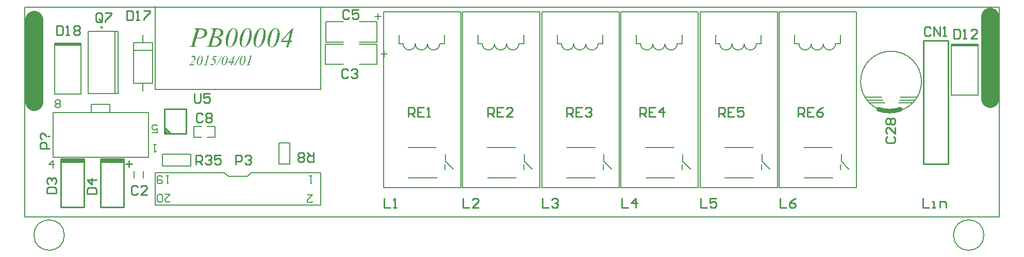
<source format=gto>
%FSLAX25Y25*%
%MOIN*%
G70*
G01*
G75*
G04 Layer_Color=65535*
%ADD10C,0.03937*%
%ADD11R,0.07874X0.11024*%
%ADD12C,0.03937*%
%ADD13R,0.03937X0.09055*%
%ADD14R,0.09055X0.11024*%
%ADD15R,0.04724X0.03937*%
%ADD16R,0.03937X0.04724*%
%ADD17R,0.04724X0.05512*%
%ADD18R,0.06693X0.03740*%
%ADD19R,0.09843X0.07087*%
%ADD20C,0.03000*%
%ADD21C,0.00800*%
%ADD22C,0.06000*%
%ADD23C,0.04000*%
%ADD24C,0.01000*%
%ADD25C,0.02000*%
%ADD26C,0.11000*%
%ADD27C,0.00500*%
%ADD28C,0.01969*%
%ADD29R,0.06693X0.06693*%
%ADD30C,0.06693*%
%ADD31O,0.19685X0.15748*%
%ADD32C,0.06102*%
%ADD33R,0.06299X0.06299*%
%ADD34C,0.06299*%
%ADD35C,0.07087*%
%ADD36C,0.07874*%
%ADD37C,0.10630*%
%ADD38R,0.10630X0.10630*%
%ADD39R,0.05118X0.05118*%
%ADD40C,0.05118*%
%ADD41C,0.03600*%
%ADD42C,0.02400*%
%ADD43R,0.05512X0.04724*%
%ADD44R,0.01575X0.03937*%
%ADD45R,0.07874X0.01575*%
%ADD46R,0.03937X0.11811*%
%ADD47R,0.18898X0.20079*%
%ADD48R,0.04724X0.03150*%
%ADD49R,0.02953X0.02362*%
%ADD50R,0.03740X0.06693*%
%ADD51O,0.07874X0.02402*%
%ADD52O,0.07874X0.02400*%
%ADD53C,0.01500*%
%ADD54C,0.00787*%
%ADD55C,0.00984*%
%ADD56C,0.11811*%
%ADD57R,0.17323X0.01378*%
G36*
X-484767Y99577D02*
X-484777Y99557D01*
X-484787Y99509D01*
X-484806Y99431D01*
X-484826Y99333D01*
X-484875Y99128D01*
X-484885Y99030D01*
X-484894Y98943D01*
Y98933D01*
Y98913D01*
X-484885Y98884D01*
Y98845D01*
X-484846Y98767D01*
X-484826Y98728D01*
X-484787Y98689D01*
X-484777D01*
X-484758Y98679D01*
X-484728Y98659D01*
X-484680Y98650D01*
X-484611Y98630D01*
X-484514Y98611D01*
X-484397Y98591D01*
X-484260Y98581D01*
X-484299Y98425D01*
X-486563D01*
X-486505Y98581D01*
X-486378D01*
X-486310Y98591D01*
X-486222D01*
X-486144Y98601D01*
X-486075Y98611D01*
X-486026Y98630D01*
X-486017D01*
X-485997Y98650D01*
X-485958Y98669D01*
X-485919Y98689D01*
X-485831Y98757D01*
X-485744Y98845D01*
X-485734Y98855D01*
X-485714Y98884D01*
X-485685Y98943D01*
X-485656Y99011D01*
X-485607Y99118D01*
X-485558Y99245D01*
X-485509Y99391D01*
X-485451Y99577D01*
X-484426Y103139D01*
Y103149D01*
X-484416Y103188D01*
X-484397Y103237D01*
X-484377Y103305D01*
X-484367Y103364D01*
X-484348Y103422D01*
X-484338Y103471D01*
X-484328Y103500D01*
Y103520D01*
X-484318Y103559D01*
Y103608D01*
Y103676D01*
Y103686D01*
Y103705D01*
X-484328Y103764D01*
X-484358Y103842D01*
X-484406Y103920D01*
X-484416Y103930D01*
X-484465Y103969D01*
X-484533Y103998D01*
X-484631Y104008D01*
X-484680D01*
X-484719Y103998D01*
X-484767D01*
X-484836Y103988D01*
X-484904Y103979D01*
X-484992Y103959D01*
X-485041Y104115D01*
X-483567Y104525D01*
X-483352D01*
X-484767Y99577D01*
D02*
G37*
G36*
X-512379D02*
X-512388Y99557D01*
X-512398Y99509D01*
X-512418Y99431D01*
X-512437Y99333D01*
X-512486Y99128D01*
X-512496Y99030D01*
X-512505Y98943D01*
Y98933D01*
Y98913D01*
X-512496Y98884D01*
Y98845D01*
X-512457Y98767D01*
X-512437Y98728D01*
X-512398Y98689D01*
X-512388D01*
X-512369Y98679D01*
X-512339Y98659D01*
X-512291Y98650D01*
X-512222Y98630D01*
X-512125Y98611D01*
X-512008Y98591D01*
X-511871Y98581D01*
X-511910Y98425D01*
X-514174D01*
X-514116Y98581D01*
X-513989D01*
X-513921Y98591D01*
X-513833D01*
X-513755Y98601D01*
X-513686Y98611D01*
X-513638Y98630D01*
X-513628D01*
X-513608Y98650D01*
X-513569Y98669D01*
X-513530Y98689D01*
X-513442Y98757D01*
X-513354Y98845D01*
X-513345Y98855D01*
X-513325Y98884D01*
X-513296Y98943D01*
X-513267Y99011D01*
X-513218Y99118D01*
X-513169Y99245D01*
X-513120Y99391D01*
X-513062Y99577D01*
X-512037Y103139D01*
Y103149D01*
X-512027Y103188D01*
X-512008Y103237D01*
X-511988Y103305D01*
X-511978Y103364D01*
X-511959Y103422D01*
X-511949Y103471D01*
X-511939Y103500D01*
Y103520D01*
X-511930Y103559D01*
Y103608D01*
Y103676D01*
Y103686D01*
Y103705D01*
X-511939Y103764D01*
X-511969Y103842D01*
X-512017Y103920D01*
X-512027Y103930D01*
X-512076Y103969D01*
X-512144Y103998D01*
X-512242Y104008D01*
X-512291D01*
X-512330Y103998D01*
X-512379D01*
X-512447Y103988D01*
X-512515Y103979D01*
X-512603Y103959D01*
X-512652Y104115D01*
X-511178Y104525D01*
X-510963D01*
X-512379Y99577D01*
D02*
G37*
G36*
X-520782Y104515D02*
X-520675Y104506D01*
X-520538Y104476D01*
X-520392Y104428D01*
X-520226Y104359D01*
X-520069Y104262D01*
X-519913Y104135D01*
X-519894Y104115D01*
X-519855Y104067D01*
X-519786Y103979D01*
X-519718Y103871D01*
X-519650Y103735D01*
X-519581Y103569D01*
X-519542Y103393D01*
X-519523Y103188D01*
Y103169D01*
Y103120D01*
X-519533Y103051D01*
X-519542Y102954D01*
X-519552Y102837D01*
X-519581Y102720D01*
X-519611Y102593D01*
X-519660Y102466D01*
Y102456D01*
X-519669Y102446D01*
X-519679Y102417D01*
X-519698Y102378D01*
X-519728Y102329D01*
X-519757Y102271D01*
X-519835Y102124D01*
X-519943Y101958D01*
X-520079Y101763D01*
X-520245Y101548D01*
X-520440Y101314D01*
X-520450Y101304D01*
X-520479Y101265D01*
X-520528Y101216D01*
X-520597Y101138D01*
X-520684Y101051D01*
X-520792Y100934D01*
X-520919Y100807D01*
X-521055Y100670D01*
X-521211Y100504D01*
X-521387Y100338D01*
X-521572Y100153D01*
X-521777Y99948D01*
X-522002Y99743D01*
X-522236Y99528D01*
X-522490Y99294D01*
X-522753Y99060D01*
X-521172D01*
X-521104Y99069D01*
X-521026Y99079D01*
X-520928Y99099D01*
X-520831Y99118D01*
X-520733Y99157D01*
X-520645Y99206D01*
X-520636Y99216D01*
X-520606Y99235D01*
X-520567Y99265D01*
X-520518Y99313D01*
X-520460Y99372D01*
X-520401Y99440D01*
X-520353Y99518D01*
X-520304Y99606D01*
X-520128D01*
X-520636Y98425D01*
X-523622D01*
Y98581D01*
X-523612Y98591D01*
X-523593Y98601D01*
X-523563Y98630D01*
X-523524Y98669D01*
X-523466Y98718D01*
X-523407Y98777D01*
X-523251Y98913D01*
X-523075Y99079D01*
X-522861Y99274D01*
X-522636Y99489D01*
X-522392Y99723D01*
X-522139Y99967D01*
X-521885Y100221D01*
X-521631Y100475D01*
X-521387Y100738D01*
X-521163Y100992D01*
X-520948Y101246D01*
X-520762Y101480D01*
X-520606Y101705D01*
Y101714D01*
X-520587Y101724D01*
X-520577Y101753D01*
X-520548Y101792D01*
X-520499Y101900D01*
X-520431Y102036D01*
X-520372Y102202D01*
X-520313Y102388D01*
X-520274Y102593D01*
X-520265Y102807D01*
Y102817D01*
Y102827D01*
Y102885D01*
X-520284Y102964D01*
X-520304Y103071D01*
X-520333Y103188D01*
X-520392Y103315D01*
X-520460Y103442D01*
X-520557Y103559D01*
X-520567Y103569D01*
X-520606Y103608D01*
X-520675Y103656D01*
X-520753Y103705D01*
X-520860Y103764D01*
X-520987Y103803D01*
X-521133Y103842D01*
X-521289Y103852D01*
X-521348D01*
X-521397Y103842D01*
X-521504Y103823D01*
X-521651Y103774D01*
X-521816Y103705D01*
X-521904Y103656D01*
X-521992Y103598D01*
X-522080Y103530D01*
X-522158Y103452D01*
X-522246Y103364D01*
X-522324Y103256D01*
X-522470Y103325D01*
Y103334D01*
X-522461Y103354D01*
X-522451Y103383D01*
X-522431Y103422D01*
X-522373Y103520D01*
X-522304Y103647D01*
X-522217Y103783D01*
X-522099Y103930D01*
X-521963Y104076D01*
X-521816Y104203D01*
X-521807D01*
X-521797Y104213D01*
X-521738Y104252D01*
X-521651Y104301D01*
X-521533Y104369D01*
X-521397Y104428D01*
X-521231Y104476D01*
X-521065Y104515D01*
X-520880Y104525D01*
X-520821D01*
X-520782Y104515D01*
D02*
G37*
G36*
X-485656Y122423D02*
X-485460Y122384D01*
X-485187Y122325D01*
X-484894Y122208D01*
X-484562Y122032D01*
X-484406Y121935D01*
X-484250Y121798D01*
X-484093Y121661D01*
X-483937Y121485D01*
Y121466D01*
X-483898Y121446D01*
X-483859Y121388D01*
X-483820Y121310D01*
X-483761Y121212D01*
X-483683Y121075D01*
X-483625Y120939D01*
X-483546Y120763D01*
X-483468Y120568D01*
X-483410Y120353D01*
X-483332Y120099D01*
X-483273Y119825D01*
X-483234Y119533D01*
X-483195Y119220D01*
X-483156Y118869D01*
Y118497D01*
Y118478D01*
Y118419D01*
Y118322D01*
Y118204D01*
X-483175Y118048D01*
X-483195Y117853D01*
Y117638D01*
X-483234Y117404D01*
X-483253Y117150D01*
X-483293Y116857D01*
X-483410Y116271D01*
X-483546Y115627D01*
X-483742Y114943D01*
Y114923D01*
X-483761Y114865D01*
X-483800Y114767D01*
X-483839Y114630D01*
X-483898Y114474D01*
X-483976Y114298D01*
X-484054Y114103D01*
X-484152Y113869D01*
X-484386Y113381D01*
X-484660Y112853D01*
X-484992Y112306D01*
X-485363Y111799D01*
Y111779D01*
X-485402Y111760D01*
X-485441Y111701D01*
X-485499Y111623D01*
X-485675Y111447D01*
X-485890Y111213D01*
X-486144Y110959D01*
X-486437Y110705D01*
X-486769Y110471D01*
X-487101Y110275D01*
X-487120Y110256D01*
X-487199Y110236D01*
X-487296Y110197D01*
X-487453Y110158D01*
X-487628Y110099D01*
X-487843Y110060D01*
X-488077Y110041D01*
X-488331Y110021D01*
X-488448D01*
X-488527Y110041D01*
X-488722Y110080D01*
X-488995Y110139D01*
X-489288Y110256D01*
X-489620Y110412D01*
X-489933Y110646D01*
X-490089Y110803D01*
X-490245Y110959D01*
Y110978D01*
X-490284Y110998D01*
X-490323Y111056D01*
X-490363Y111135D01*
X-490421Y111232D01*
X-490480Y111369D01*
X-490558Y111506D01*
X-490616Y111681D01*
X-490695Y111877D01*
X-490773Y112092D01*
X-490831Y112346D01*
X-490890Y112619D01*
X-490929Y112912D01*
X-490968Y113224D01*
X-491007Y113576D01*
Y113947D01*
Y113967D01*
Y114045D01*
Y114142D01*
X-490987Y114298D01*
Y114474D01*
X-490968Y114689D01*
X-490948Y114943D01*
X-490909Y115216D01*
X-490870Y115509D01*
X-490812Y115822D01*
X-490695Y116505D01*
X-490499Y117247D01*
X-490245Y118009D01*
X-490226Y118029D01*
X-490206Y118107D01*
X-490148Y118244D01*
X-490069Y118400D01*
X-489991Y118595D01*
X-489874Y118829D01*
X-489757Y119083D01*
X-489601Y119357D01*
X-489269Y119943D01*
X-488878Y120548D01*
X-488429Y121114D01*
X-488175Y121388D01*
X-487921Y121622D01*
X-487902Y121642D01*
X-487882Y121661D01*
X-487824Y121700D01*
X-487765Y121759D01*
X-487570Y121876D01*
X-487316Y122032D01*
X-487003Y122189D01*
X-486652Y122306D01*
X-486261Y122403D01*
X-485851Y122442D01*
X-485734D01*
X-485656Y122423D01*
D02*
G37*
G36*
X-494698D02*
X-494503Y122384D01*
X-494229Y122325D01*
X-493936Y122208D01*
X-493604Y122032D01*
X-493448Y121935D01*
X-493292Y121798D01*
X-493136Y121661D01*
X-492979Y121485D01*
Y121466D01*
X-492940Y121446D01*
X-492901Y121388D01*
X-492862Y121310D01*
X-492804Y121212D01*
X-492726Y121075D01*
X-492667Y120939D01*
X-492589Y120763D01*
X-492511Y120568D01*
X-492452Y120353D01*
X-492374Y120099D01*
X-492315Y119825D01*
X-492276Y119533D01*
X-492237Y119220D01*
X-492198Y118869D01*
Y118497D01*
Y118478D01*
Y118419D01*
Y118322D01*
Y118204D01*
X-492218Y118048D01*
X-492237Y117853D01*
Y117638D01*
X-492276Y117404D01*
X-492296Y117150D01*
X-492335Y116857D01*
X-492452Y116271D01*
X-492589Y115627D01*
X-492784Y114943D01*
Y114923D01*
X-492804Y114865D01*
X-492843Y114767D01*
X-492882Y114630D01*
X-492940Y114474D01*
X-493018Y114298D01*
X-493097Y114103D01*
X-493194Y113869D01*
X-493429Y113381D01*
X-493702Y112853D01*
X-494034Y112306D01*
X-494405Y111799D01*
Y111779D01*
X-494444Y111760D01*
X-494483Y111701D01*
X-494542Y111623D01*
X-494718Y111447D01*
X-494933Y111213D01*
X-495186Y110959D01*
X-495479Y110705D01*
X-495811Y110471D01*
X-496143Y110275D01*
X-496163Y110256D01*
X-496241Y110236D01*
X-496339Y110197D01*
X-496495Y110158D01*
X-496671Y110099D01*
X-496885Y110060D01*
X-497120Y110041D01*
X-497374Y110021D01*
X-497491D01*
X-497569Y110041D01*
X-497764Y110080D01*
X-498038Y110139D01*
X-498331Y110256D01*
X-498663Y110412D01*
X-498975Y110646D01*
X-499131Y110803D01*
X-499288Y110959D01*
Y110978D01*
X-499327Y110998D01*
X-499366Y111056D01*
X-499405Y111135D01*
X-499463Y111232D01*
X-499522Y111369D01*
X-499600Y111506D01*
X-499659Y111681D01*
X-499737Y111877D01*
X-499815Y112092D01*
X-499874Y112346D01*
X-499932Y112619D01*
X-499971Y112912D01*
X-500010Y113224D01*
X-500049Y113576D01*
Y113947D01*
Y113967D01*
Y114045D01*
Y114142D01*
X-500030Y114298D01*
Y114474D01*
X-500010Y114689D01*
X-499991Y114943D01*
X-499952Y115216D01*
X-499913Y115509D01*
X-499854Y115822D01*
X-499737Y116505D01*
X-499542Y117247D01*
X-499288Y118009D01*
X-499268Y118029D01*
X-499249Y118107D01*
X-499190Y118244D01*
X-499112Y118400D01*
X-499034Y118595D01*
X-498917Y118829D01*
X-498799Y119083D01*
X-498643Y119357D01*
X-498311Y119943D01*
X-497921Y120548D01*
X-497471Y121114D01*
X-497218Y121388D01*
X-496964Y121622D01*
X-496944Y121642D01*
X-496924Y121661D01*
X-496866Y121700D01*
X-496807Y121759D01*
X-496612Y121876D01*
X-496358Y122032D01*
X-496046Y122189D01*
X-495694Y122306D01*
X-495303Y122403D01*
X-494893Y122442D01*
X-494776D01*
X-494698Y122423D01*
D02*
G37*
G36*
X-506083Y103676D02*
X-507889D01*
X-508211Y102944D01*
X-508201D01*
X-508182Y102934D01*
X-508143D01*
X-508094Y102925D01*
X-508035Y102905D01*
X-507967Y102885D01*
X-507801Y102847D01*
X-507625Y102788D01*
X-507440Y102710D01*
X-507264Y102612D01*
X-507098Y102495D01*
X-507089Y102485D01*
X-507069Y102476D01*
X-507040Y102446D01*
X-507001Y102398D01*
X-506952Y102349D01*
X-506903Y102280D01*
X-506845Y102212D01*
X-506786Y102124D01*
X-506728Y102027D01*
X-506669Y101919D01*
X-506620Y101792D01*
X-506571Y101665D01*
X-506532Y101529D01*
X-506503Y101383D01*
X-506484Y101216D01*
X-506474Y101051D01*
Y101041D01*
Y101021D01*
Y100992D01*
Y100943D01*
X-506484Y100894D01*
Y100826D01*
X-506503Y100680D01*
X-506532Y100514D01*
X-506571Y100319D01*
X-506630Y100133D01*
X-506708Y99938D01*
Y99928D01*
X-506718Y99919D01*
X-506747Y99860D01*
X-506796Y99762D01*
X-506864Y99645D01*
X-506942Y99518D01*
X-507040Y99382D01*
X-507147Y99235D01*
X-507264Y99108D01*
X-507284Y99099D01*
X-507323Y99050D01*
X-507391Y98991D01*
X-507479Y98923D01*
X-507577Y98835D01*
X-507703Y98747D01*
X-507830Y98659D01*
X-507967Y98581D01*
X-507977D01*
X-507986Y98572D01*
X-508016Y98562D01*
X-508055Y98542D01*
X-508162Y98493D01*
X-508289Y98454D01*
X-508445Y98406D01*
X-508621Y98357D01*
X-508806Y98328D01*
X-509002Y98318D01*
X-509080D01*
X-509158Y98328D01*
X-509255Y98347D01*
X-509373Y98367D01*
X-509490Y98396D01*
X-509597Y98445D01*
X-509704Y98513D01*
X-509714Y98523D01*
X-509734Y98533D01*
X-509763Y98562D01*
X-509792Y98601D01*
X-509851Y98708D01*
X-509870Y98777D01*
X-509880Y98845D01*
Y98855D01*
Y98874D01*
X-509870Y98903D01*
Y98933D01*
X-509831Y99021D01*
X-509812Y99069D01*
X-509773Y99108D01*
X-509763Y99118D01*
X-509753Y99128D01*
X-509694Y99167D01*
X-509607Y99206D01*
X-509548Y99225D01*
X-509450D01*
X-509402Y99216D01*
X-509333Y99196D01*
X-509255Y99167D01*
X-509167Y99128D01*
X-509070Y99069D01*
X-508962Y98991D01*
X-508953Y98981D01*
X-508933Y98972D01*
X-508904Y98943D01*
X-508855Y98913D01*
X-508767Y98855D01*
X-508718Y98825D01*
X-508670Y98806D01*
X-508650Y98796D01*
X-508611Y98786D01*
X-508543Y98777D01*
X-508455Y98767D01*
X-508406D01*
X-508367Y98777D01*
X-508279Y98796D01*
X-508152Y98825D01*
X-508016Y98884D01*
X-507860Y98972D01*
X-507782Y99030D01*
X-507694Y99099D01*
X-507616Y99167D01*
X-507538Y99255D01*
X-507528Y99265D01*
X-507518Y99274D01*
X-507499Y99304D01*
X-507469Y99343D01*
X-507440Y99391D01*
X-507401Y99450D01*
X-507362Y99528D01*
X-507323Y99606D01*
X-507245Y99792D01*
X-507176Y100016D01*
X-507128Y100270D01*
X-507108Y100407D01*
Y100553D01*
Y100563D01*
Y100582D01*
Y100602D01*
Y100641D01*
X-507118Y100748D01*
X-507137Y100875D01*
X-507167Y101021D01*
X-507206Y101178D01*
X-507255Y101334D01*
X-507333Y101490D01*
X-507342Y101509D01*
X-507372Y101558D01*
X-507420Y101627D01*
X-507489Y101705D01*
X-507567Y101792D01*
X-507674Y101890D01*
X-507782Y101968D01*
X-507908Y102036D01*
X-507928Y102046D01*
X-507967Y102066D01*
X-508045Y102085D01*
X-508152Y102124D01*
X-508279Y102163D01*
X-508435Y102193D01*
X-508621Y102232D01*
X-508826Y102261D01*
X-507869Y104408D01*
X-505878D01*
X-506083Y103676D01*
D02*
G37*
G36*
X-516029Y104515D02*
X-515931Y104496D01*
X-515795Y104467D01*
X-515648Y104408D01*
X-515482Y104320D01*
X-515404Y104271D01*
X-515326Y104203D01*
X-515248Y104135D01*
X-515170Y104047D01*
Y104037D01*
X-515150Y104027D01*
X-515131Y103998D01*
X-515111Y103959D01*
X-515082Y103910D01*
X-515043Y103842D01*
X-515014Y103774D01*
X-514975Y103686D01*
X-514936Y103588D01*
X-514906Y103481D01*
X-514867Y103354D01*
X-514838Y103217D01*
X-514818Y103071D01*
X-514799Y102915D01*
X-514780Y102739D01*
Y102554D01*
Y102544D01*
Y102515D01*
Y102466D01*
Y102407D01*
X-514789Y102329D01*
X-514799Y102232D01*
Y102124D01*
X-514818Y102007D01*
X-514828Y101880D01*
X-514848Y101734D01*
X-514906Y101441D01*
X-514975Y101119D01*
X-515072Y100777D01*
Y100768D01*
X-515082Y100738D01*
X-515102Y100689D01*
X-515121Y100621D01*
X-515150Y100543D01*
X-515189Y100455D01*
X-515228Y100358D01*
X-515277Y100241D01*
X-515394Y99997D01*
X-515531Y99733D01*
X-515697Y99460D01*
X-515882Y99206D01*
Y99196D01*
X-515902Y99186D01*
X-515921Y99157D01*
X-515951Y99118D01*
X-516039Y99030D01*
X-516146Y98913D01*
X-516273Y98786D01*
X-516419Y98659D01*
X-516585Y98542D01*
X-516751Y98445D01*
X-516761Y98435D01*
X-516800Y98425D01*
X-516849Y98406D01*
X-516927Y98386D01*
X-517015Y98357D01*
X-517122Y98337D01*
X-517239Y98328D01*
X-517366Y98318D01*
X-517424D01*
X-517463Y98328D01*
X-517561Y98347D01*
X-517698Y98376D01*
X-517844Y98435D01*
X-518010Y98513D01*
X-518166Y98630D01*
X-518244Y98708D01*
X-518322Y98786D01*
Y98796D01*
X-518342Y98806D01*
X-518361Y98835D01*
X-518381Y98874D01*
X-518410Y98923D01*
X-518439Y98991D01*
X-518478Y99060D01*
X-518508Y99147D01*
X-518547Y99245D01*
X-518586Y99352D01*
X-518615Y99479D01*
X-518644Y99616D01*
X-518664Y99762D01*
X-518683Y99919D01*
X-518703Y100094D01*
Y100280D01*
Y100289D01*
Y100328D01*
Y100377D01*
X-518693Y100455D01*
Y100543D01*
X-518683Y100651D01*
X-518674Y100777D01*
X-518654Y100914D01*
X-518635Y101060D01*
X-518605Y101216D01*
X-518547Y101558D01*
X-518449Y101929D01*
X-518322Y102310D01*
X-518313Y102319D01*
X-518303Y102358D01*
X-518274Y102427D01*
X-518234Y102505D01*
X-518195Y102603D01*
X-518137Y102720D01*
X-518078Y102847D01*
X-518000Y102983D01*
X-517834Y103276D01*
X-517639Y103578D01*
X-517415Y103861D01*
X-517288Y103998D01*
X-517161Y104115D01*
X-517151Y104125D01*
X-517141Y104135D01*
X-517112Y104154D01*
X-517083Y104184D01*
X-516985Y104242D01*
X-516858Y104320D01*
X-516702Y104398D01*
X-516527Y104457D01*
X-516331Y104506D01*
X-516126Y104525D01*
X-516068D01*
X-516029Y104515D01*
D02*
G37*
G36*
X-494059Y98289D02*
X-494440D01*
X-491073Y104701D01*
X-490692D01*
X-494059Y98289D01*
D02*
G37*
G36*
X-505605D02*
X-505986D01*
X-502619Y104701D01*
X-502238D01*
X-505605Y98289D01*
D02*
G37*
G36*
X-488418Y104515D02*
X-488320Y104496D01*
X-488183Y104467D01*
X-488037Y104408D01*
X-487871Y104320D01*
X-487793Y104271D01*
X-487715Y104203D01*
X-487637Y104135D01*
X-487559Y104047D01*
Y104037D01*
X-487539Y104027D01*
X-487520Y103998D01*
X-487500Y103959D01*
X-487471Y103910D01*
X-487432Y103842D01*
X-487403Y103774D01*
X-487364Y103686D01*
X-487325Y103588D01*
X-487295Y103481D01*
X-487256Y103354D01*
X-487227Y103217D01*
X-487208Y103071D01*
X-487188Y102915D01*
X-487169Y102739D01*
Y102554D01*
Y102544D01*
Y102515D01*
Y102466D01*
Y102407D01*
X-487178Y102329D01*
X-487188Y102232D01*
Y102124D01*
X-487208Y102007D01*
X-487217Y101880D01*
X-487237Y101734D01*
X-487295Y101441D01*
X-487364Y101119D01*
X-487461Y100777D01*
Y100768D01*
X-487471Y100738D01*
X-487491Y100689D01*
X-487510Y100621D01*
X-487539Y100543D01*
X-487578Y100455D01*
X-487617Y100358D01*
X-487666Y100241D01*
X-487783Y99997D01*
X-487920Y99733D01*
X-488086Y99460D01*
X-488271Y99206D01*
Y99196D01*
X-488291Y99186D01*
X-488310Y99157D01*
X-488340Y99118D01*
X-488427Y99030D01*
X-488535Y98913D01*
X-488662Y98786D01*
X-488808Y98659D01*
X-488974Y98542D01*
X-489140Y98445D01*
X-489150Y98435D01*
X-489189Y98425D01*
X-489238Y98406D01*
X-489316Y98386D01*
X-489403Y98357D01*
X-489511Y98337D01*
X-489628Y98328D01*
X-489755Y98318D01*
X-489813D01*
X-489853Y98328D01*
X-489950Y98347D01*
X-490087Y98376D01*
X-490233Y98435D01*
X-490399Y98513D01*
X-490555Y98630D01*
X-490633Y98708D01*
X-490711Y98786D01*
Y98796D01*
X-490731Y98806D01*
X-490750Y98835D01*
X-490770Y98874D01*
X-490799Y98923D01*
X-490828Y98991D01*
X-490868Y99060D01*
X-490897Y99147D01*
X-490936Y99245D01*
X-490975Y99352D01*
X-491004Y99479D01*
X-491033Y99616D01*
X-491053Y99762D01*
X-491073Y99919D01*
X-491092Y100094D01*
Y100280D01*
Y100289D01*
Y100328D01*
Y100377D01*
X-491082Y100455D01*
Y100543D01*
X-491073Y100651D01*
X-491063Y100777D01*
X-491043Y100914D01*
X-491024Y101060D01*
X-490994Y101216D01*
X-490936Y101558D01*
X-490838Y101929D01*
X-490711Y102310D01*
X-490702Y102319D01*
X-490692Y102358D01*
X-490662Y102427D01*
X-490624Y102505D01*
X-490585Y102603D01*
X-490526Y102720D01*
X-490467Y102847D01*
X-490389Y102983D01*
X-490223Y103276D01*
X-490028Y103578D01*
X-489804Y103861D01*
X-489677Y103998D01*
X-489550Y104115D01*
X-489540Y104125D01*
X-489530Y104135D01*
X-489501Y104154D01*
X-489472Y104184D01*
X-489374Y104242D01*
X-489247Y104320D01*
X-489091Y104398D01*
X-488915Y104457D01*
X-488720Y104506D01*
X-488515Y104525D01*
X-488457D01*
X-488418Y104515D01*
D02*
G37*
G36*
X-495396Y100475D02*
X-494693D01*
X-494850Y99928D01*
X-495562D01*
X-496021Y98318D01*
X-496675D01*
X-496206Y99928D01*
X-498383D01*
X-498187Y100543D01*
X-494596Y104408D01*
X-494264D01*
X-495396Y100475D01*
D02*
G37*
G36*
X-499964Y104515D02*
X-499866Y104496D01*
X-499730Y104467D01*
X-499583Y104408D01*
X-499417Y104320D01*
X-499339Y104271D01*
X-499261Y104203D01*
X-499183Y104135D01*
X-499105Y104047D01*
Y104037D01*
X-499085Y104027D01*
X-499066Y103998D01*
X-499046Y103959D01*
X-499017Y103910D01*
X-498978Y103842D01*
X-498949Y103774D01*
X-498910Y103686D01*
X-498871Y103588D01*
X-498841Y103481D01*
X-498802Y103354D01*
X-498773Y103217D01*
X-498754Y103071D01*
X-498734Y102915D01*
X-498714Y102739D01*
Y102554D01*
Y102544D01*
Y102515D01*
Y102466D01*
Y102407D01*
X-498724Y102329D01*
X-498734Y102232D01*
Y102124D01*
X-498754Y102007D01*
X-498763Y101880D01*
X-498783Y101734D01*
X-498841Y101441D01*
X-498910Y101119D01*
X-499007Y100777D01*
Y100768D01*
X-499017Y100738D01*
X-499037Y100689D01*
X-499056Y100621D01*
X-499085Y100543D01*
X-499124Y100455D01*
X-499163Y100358D01*
X-499212Y100241D01*
X-499329Y99997D01*
X-499466Y99733D01*
X-499632Y99460D01*
X-499817Y99206D01*
Y99196D01*
X-499837Y99186D01*
X-499857Y99157D01*
X-499886Y99118D01*
X-499974Y99030D01*
X-500081Y98913D01*
X-500208Y98786D01*
X-500354Y98659D01*
X-500520Y98542D01*
X-500686Y98445D01*
X-500696Y98435D01*
X-500735Y98425D01*
X-500784Y98406D01*
X-500862Y98386D01*
X-500950Y98357D01*
X-501057Y98337D01*
X-501174Y98328D01*
X-501301Y98318D01*
X-501360D01*
X-501399Y98328D01*
X-501496Y98347D01*
X-501633Y98376D01*
X-501779Y98435D01*
X-501945Y98513D01*
X-502101Y98630D01*
X-502179Y98708D01*
X-502257Y98786D01*
Y98796D01*
X-502277Y98806D01*
X-502296Y98835D01*
X-502316Y98874D01*
X-502345Y98923D01*
X-502375Y98991D01*
X-502414Y99060D01*
X-502443Y99147D01*
X-502482Y99245D01*
X-502521Y99352D01*
X-502550Y99479D01*
X-502579Y99616D01*
X-502599Y99762D01*
X-502619Y99919D01*
X-502638Y100094D01*
Y100280D01*
Y100289D01*
Y100328D01*
Y100377D01*
X-502628Y100455D01*
Y100543D01*
X-502619Y100651D01*
X-502609Y100777D01*
X-502589Y100914D01*
X-502570Y101060D01*
X-502540Y101216D01*
X-502482Y101558D01*
X-502384Y101929D01*
X-502257Y102310D01*
X-502248Y102319D01*
X-502238Y102358D01*
X-502209Y102427D01*
X-502170Y102505D01*
X-502131Y102603D01*
X-502072Y102720D01*
X-502013Y102847D01*
X-501935Y102983D01*
X-501769Y103276D01*
X-501574Y103578D01*
X-501350Y103861D01*
X-501223Y103998D01*
X-501096Y104115D01*
X-501086Y104125D01*
X-501077Y104135D01*
X-501047Y104154D01*
X-501018Y104184D01*
X-500920Y104242D01*
X-500793Y104320D01*
X-500637Y104398D01*
X-500462Y104457D01*
X-500266Y104506D01*
X-500061Y104525D01*
X-500003D01*
X-499964Y104515D01*
D02*
G37*
G36*
X-476613Y122423D02*
X-476418Y122384D01*
X-476145Y122325D01*
X-475852Y122208D01*
X-475520Y122032D01*
X-475363Y121935D01*
X-475207Y121798D01*
X-475051Y121661D01*
X-474895Y121485D01*
Y121466D01*
X-474856Y121446D01*
X-474817Y121388D01*
X-474778Y121310D01*
X-474719Y121212D01*
X-474641Y121075D01*
X-474582Y120939D01*
X-474504Y120763D01*
X-474426Y120568D01*
X-474367Y120353D01*
X-474289Y120099D01*
X-474231Y119825D01*
X-474192Y119533D01*
X-474153Y119220D01*
X-474114Y118869D01*
Y118497D01*
Y118478D01*
Y118419D01*
Y118322D01*
Y118204D01*
X-474133Y118048D01*
X-474153Y117853D01*
Y117638D01*
X-474192Y117404D01*
X-474211Y117150D01*
X-474250Y116857D01*
X-474367Y116271D01*
X-474504Y115627D01*
X-474699Y114943D01*
Y114923D01*
X-474719Y114865D01*
X-474758Y114767D01*
X-474797Y114630D01*
X-474856Y114474D01*
X-474934Y114298D01*
X-475012Y114103D01*
X-475109Y113869D01*
X-475344Y113381D01*
X-475617Y112853D01*
X-475949Y112306D01*
X-476320Y111799D01*
Y111779D01*
X-476360Y111760D01*
X-476399Y111701D01*
X-476457Y111623D01*
X-476633Y111447D01*
X-476848Y111213D01*
X-477102Y110959D01*
X-477394Y110705D01*
X-477727Y110471D01*
X-478059Y110275D01*
X-478078Y110256D01*
X-478156Y110236D01*
X-478254Y110197D01*
X-478410Y110158D01*
X-478586Y110099D01*
X-478801Y110060D01*
X-479035Y110041D01*
X-479289Y110021D01*
X-479406D01*
X-479484Y110041D01*
X-479680Y110080D01*
X-479953Y110139D01*
X-480246Y110256D01*
X-480578Y110412D01*
X-480890Y110646D01*
X-481047Y110803D01*
X-481203Y110959D01*
Y110978D01*
X-481242Y110998D01*
X-481281Y111056D01*
X-481320Y111135D01*
X-481379Y111232D01*
X-481437Y111369D01*
X-481515Y111506D01*
X-481574Y111681D01*
X-481652Y111877D01*
X-481730Y112092D01*
X-481789Y112346D01*
X-481847Y112619D01*
X-481886Y112912D01*
X-481925Y113224D01*
X-481965Y113576D01*
Y113947D01*
Y113967D01*
Y114045D01*
Y114142D01*
X-481945Y114298D01*
Y114474D01*
X-481925Y114689D01*
X-481906Y114943D01*
X-481867Y115216D01*
X-481828Y115509D01*
X-481769Y115822D01*
X-481652Y116505D01*
X-481457Y117247D01*
X-481203Y118009D01*
X-481183Y118029D01*
X-481164Y118107D01*
X-481105Y118244D01*
X-481027Y118400D01*
X-480949Y118595D01*
X-480832Y118829D01*
X-480715Y119083D01*
X-480558Y119357D01*
X-480226Y119943D01*
X-479836Y120548D01*
X-479387Y121114D01*
X-479133Y121388D01*
X-478879Y121622D01*
X-478859Y121642D01*
X-478840Y121661D01*
X-478781Y121700D01*
X-478723Y121759D01*
X-478527Y121876D01*
X-478273Y122032D01*
X-477961Y122189D01*
X-477609Y122306D01*
X-477219Y122403D01*
X-476809Y122442D01*
X-476691D01*
X-476613Y122423D01*
D02*
G37*
G36*
X-515380Y122189D02*
X-515244D01*
X-515048Y122169D01*
X-514658Y122110D01*
X-514209Y122013D01*
X-513740Y121876D01*
X-513310Y121681D01*
X-513095Y121544D01*
X-512920Y121407D01*
X-512900D01*
X-512881Y121368D01*
X-512763Y121271D01*
X-512627Y121095D01*
X-512451Y120861D01*
X-512275Y120587D01*
X-512119Y120255D01*
X-512021Y119864D01*
X-512002Y119669D01*
X-511982Y119454D01*
Y119435D01*
Y119415D01*
Y119298D01*
X-512021Y119122D01*
X-512060Y118888D01*
X-512119Y118615D01*
X-512236Y118322D01*
X-512373Y118009D01*
X-512568Y117677D01*
X-512588Y117638D01*
X-512685Y117540D01*
X-512822Y117384D01*
X-512998Y117189D01*
X-513252Y116955D01*
X-513545Y116740D01*
X-513896Y116505D01*
X-514306Y116290D01*
X-514326D01*
X-514365Y116271D01*
X-514423Y116252D01*
X-514501Y116212D01*
X-514619Y116173D01*
X-514736Y116115D01*
X-515048Y116037D01*
X-515419Y115939D01*
X-515830Y115841D01*
X-516298Y115783D01*
X-516786Y115763D01*
X-516943D01*
X-517119Y115783D01*
X-517373Y115802D01*
X-517665Y115841D01*
X-518037Y115880D01*
X-518447Y115958D01*
X-518896Y116056D01*
X-519892Y112619D01*
Y112599D01*
X-519911Y112580D01*
X-519931Y112521D01*
X-519950Y112443D01*
X-519989Y112248D01*
X-520048Y112033D01*
X-520126Y111799D01*
X-520165Y111564D01*
X-520204Y111349D01*
X-520224Y111193D01*
Y111174D01*
Y111154D01*
X-520185Y111037D01*
X-520126Y110900D01*
X-520068Y110842D01*
X-519989Y110764D01*
X-519970D01*
X-519931Y110744D01*
X-519872Y110705D01*
X-519755Y110666D01*
X-519618Y110627D01*
X-519404Y110607D01*
X-519169Y110568D01*
X-518857Y110549D01*
X-518935Y110236D01*
X-523622D01*
X-523524Y110549D01*
X-523368D01*
X-523212Y110568D01*
X-523017Y110588D01*
X-522802Y110627D01*
X-522587Y110685D01*
X-522392Y110764D01*
X-522235Y110861D01*
X-522216Y110881D01*
X-522177Y110939D01*
X-522099Y111037D01*
X-522001Y111213D01*
X-521884Y111447D01*
X-521825Y111584D01*
X-521747Y111760D01*
X-521669Y111955D01*
X-521610Y112170D01*
X-521532Y112404D01*
X-521454Y112658D01*
X-519501Y119474D01*
Y119493D01*
X-519482Y119533D01*
X-519462Y119591D01*
X-519443Y119669D01*
X-519384Y119884D01*
X-519325Y120138D01*
X-519267Y120411D01*
X-519208Y120685D01*
X-519169Y120939D01*
X-519150Y121134D01*
Y121153D01*
Y121193D01*
X-519189Y121310D01*
X-519247Y121466D01*
X-519325Y121544D01*
X-519404Y121622D01*
X-519423Y121642D01*
X-519462Y121661D01*
X-519521Y121700D01*
X-519618Y121739D01*
X-519775Y121778D01*
X-519970Y121837D01*
X-520204Y121876D01*
X-520497Y121896D01*
X-520400Y122208D01*
X-515517D01*
X-515380Y122189D01*
D02*
G37*
G36*
X-504737D02*
X-504483Y122169D01*
X-504190Y122130D01*
X-503858Y122052D01*
X-503545Y121974D01*
X-503213Y121857D01*
X-503194D01*
X-503174Y121837D01*
X-503077Y121798D01*
X-502920Y121720D01*
X-502725Y121622D01*
X-502530Y121485D01*
X-502315Y121329D01*
X-502100Y121134D01*
X-501924Y120919D01*
X-501905Y120900D01*
X-501866Y120821D01*
X-501788Y120704D01*
X-501709Y120548D01*
X-501631Y120353D01*
X-501553Y120138D01*
X-501514Y119904D01*
X-501495Y119650D01*
Y119630D01*
Y119611D01*
Y119552D01*
X-501514Y119474D01*
X-501534Y119279D01*
X-501592Y119025D01*
X-501690Y118732D01*
X-501827Y118419D01*
X-502022Y118107D01*
X-502295Y117775D01*
X-502334Y117736D01*
X-502373Y117697D01*
X-502452Y117638D01*
X-502530Y117579D01*
X-502627Y117501D01*
X-502764Y117404D01*
X-502901Y117326D01*
X-503077Y117228D01*
X-503272Y117111D01*
X-503467Y117013D01*
X-503701Y116916D01*
X-503955Y116818D01*
X-504229Y116720D01*
X-504541Y116642D01*
X-504854Y116564D01*
X-504834D01*
X-504795Y116544D01*
X-504737Y116525D01*
X-504658Y116486D01*
X-504463Y116408D01*
X-504190Y116271D01*
X-503916Y116115D01*
X-503643Y115939D01*
X-503369Y115705D01*
X-503135Y115470D01*
X-503116Y115431D01*
X-503037Y115353D01*
X-502959Y115216D01*
X-502842Y115041D01*
X-502744Y114826D01*
X-502647Y114572D01*
X-502588Y114298D01*
X-502569Y114005D01*
Y113967D01*
Y113849D01*
X-502588Y113673D01*
X-502627Y113459D01*
X-502686Y113185D01*
X-502764Y112912D01*
X-502881Y112599D01*
X-503037Y112287D01*
X-503057Y112248D01*
X-503116Y112150D01*
X-503213Y112013D01*
X-503350Y111838D01*
X-503526Y111623D01*
X-503721Y111427D01*
X-503955Y111213D01*
X-504209Y111037D01*
X-504248Y111017D01*
X-504346Y110959D01*
X-504483Y110881D01*
X-504698Y110783D01*
X-504951Y110685D01*
X-505244Y110568D01*
X-505576Y110471D01*
X-505947Y110373D01*
X-505986D01*
X-506084Y110353D01*
X-506260Y110334D01*
X-506494Y110314D01*
X-506807Y110275D01*
X-507197Y110256D01*
X-507666Y110236D01*
X-512568D01*
X-512451Y110549D01*
X-512236D01*
X-512080Y110568D01*
X-511787Y110607D01*
X-511650Y110627D01*
X-511533Y110666D01*
X-511514D01*
X-511474Y110685D01*
X-511416Y110724D01*
X-511338Y110783D01*
X-511162Y110900D01*
X-511025Y111076D01*
X-511006Y111095D01*
X-510986Y111154D01*
X-510947Y111252D01*
X-510869Y111389D01*
X-510791Y111603D01*
X-510693Y111877D01*
X-510576Y112209D01*
X-510517Y112404D01*
X-510459Y112619D01*
X-508389Y119884D01*
Y119904D01*
X-508369Y119923D01*
X-508350Y120040D01*
X-508311Y120196D01*
X-508252Y120392D01*
X-508154Y120821D01*
X-508135Y121017D01*
X-508115Y121173D01*
Y121193D01*
Y121232D01*
X-508135Y121290D01*
X-508154Y121368D01*
X-508213Y121525D01*
X-508291Y121603D01*
X-508369Y121681D01*
X-508389D01*
X-508408Y121720D01*
X-508486Y121739D01*
X-508564Y121778D01*
X-508701Y121818D01*
X-508857Y121837D01*
X-509053Y121876D01*
X-509463D01*
X-509560Y121896D01*
X-509443Y122208D01*
X-504951D01*
X-504737Y122189D01*
D02*
G37*
G36*
X-467571Y122423D02*
X-467376Y122384D01*
X-467102Y122325D01*
X-466809Y122208D01*
X-466477Y122032D01*
X-466321Y121935D01*
X-466165Y121798D01*
X-466009Y121661D01*
X-465852Y121485D01*
Y121466D01*
X-465813Y121446D01*
X-465774Y121388D01*
X-465735Y121310D01*
X-465676Y121212D01*
X-465598Y121075D01*
X-465540Y120939D01*
X-465462Y120763D01*
X-465384Y120568D01*
X-465325Y120353D01*
X-465247Y120099D01*
X-465188Y119825D01*
X-465149Y119533D01*
X-465110Y119220D01*
X-465071Y118869D01*
Y118497D01*
Y118478D01*
Y118419D01*
Y118322D01*
Y118204D01*
X-465091Y118048D01*
X-465110Y117853D01*
Y117638D01*
X-465149Y117404D01*
X-465169Y117150D01*
X-465208Y116857D01*
X-465325Y116271D01*
X-465462Y115627D01*
X-465657Y114943D01*
Y114923D01*
X-465676Y114865D01*
X-465716Y114767D01*
X-465755Y114630D01*
X-465813Y114474D01*
X-465891Y114298D01*
X-465970Y114103D01*
X-466067Y113869D01*
X-466301Y113381D01*
X-466575Y112853D01*
X-466907Y112306D01*
X-467278Y111799D01*
Y111779D01*
X-467317Y111760D01*
X-467356Y111701D01*
X-467415Y111623D01*
X-467591Y111447D01*
X-467805Y111213D01*
X-468059Y110959D01*
X-468352Y110705D01*
X-468684Y110471D01*
X-469016Y110275D01*
X-469036Y110256D01*
X-469114Y110236D01*
X-469211Y110197D01*
X-469368Y110158D01*
X-469544Y110099D01*
X-469758Y110060D01*
X-469993Y110041D01*
X-470247Y110021D01*
X-470364D01*
X-470442Y110041D01*
X-470637Y110080D01*
X-470911Y110139D01*
X-471204Y110256D01*
X-471535Y110412D01*
X-471848Y110646D01*
X-472004Y110803D01*
X-472160Y110959D01*
Y110978D01*
X-472200Y110998D01*
X-472239Y111056D01*
X-472278Y111135D01*
X-472336Y111232D01*
X-472395Y111369D01*
X-472473Y111506D01*
X-472532Y111681D01*
X-472610Y111877D01*
X-472688Y112092D01*
X-472746Y112346D01*
X-472805Y112619D01*
X-472844Y112912D01*
X-472883Y113224D01*
X-472922Y113576D01*
Y113947D01*
Y113967D01*
Y114045D01*
Y114142D01*
X-472903Y114298D01*
Y114474D01*
X-472883Y114689D01*
X-472864Y114943D01*
X-472824Y115216D01*
X-472786Y115509D01*
X-472727Y115822D01*
X-472610Y116505D01*
X-472414Y117247D01*
X-472160Y118009D01*
X-472141Y118029D01*
X-472121Y118107D01*
X-472063Y118244D01*
X-471985Y118400D01*
X-471907Y118595D01*
X-471789Y118829D01*
X-471672Y119083D01*
X-471516Y119357D01*
X-471184Y119943D01*
X-470793Y120548D01*
X-470344Y121114D01*
X-470090Y121388D01*
X-469836Y121622D01*
X-469817Y121642D01*
X-469797Y121661D01*
X-469739Y121700D01*
X-469680Y121759D01*
X-469485Y121876D01*
X-469231Y122032D01*
X-468919Y122189D01*
X-468567Y122306D01*
X-468176Y122403D01*
X-467766Y122442D01*
X-467649D01*
X-467571Y122423D01*
D02*
G37*
G36*
X-458431Y114338D02*
X-457025D01*
X-457337Y113244D01*
X-458763D01*
X-459681Y110021D01*
X-460989D01*
X-460052Y113244D01*
X-464407D01*
X-464016Y114474D01*
X-456829Y122208D01*
X-456165D01*
X-458431Y114338D01*
D02*
G37*
%LPC*%
G36*
X-507217Y116271D02*
X-507627D01*
X-507920Y116252D01*
X-509424Y110998D01*
X-509385D01*
X-509268Y110978D01*
X-509092Y110959D01*
X-508877Y110939D01*
X-508642Y110920D01*
X-508389Y110900D01*
X-508135Y110881D01*
X-507783D01*
X-507686Y110900D01*
X-507568D01*
X-507412Y110920D01*
X-507080Y110978D01*
X-506690Y111076D01*
X-506279Y111232D01*
X-505850Y111427D01*
X-505440Y111701D01*
X-505420Y111721D01*
X-505401Y111740D01*
X-505264Y111857D01*
X-505088Y112033D01*
X-504893Y112306D01*
X-504698Y112619D01*
X-504522Y113010D01*
X-504385Y113439D01*
X-504365Y113693D01*
X-504346Y113947D01*
Y113967D01*
Y113986D01*
Y114045D01*
X-504365Y114123D01*
X-504385Y114318D01*
X-504424Y114572D01*
X-504522Y114845D01*
X-504639Y115119D01*
X-504795Y115392D01*
X-505029Y115646D01*
X-505068Y115666D01*
X-505166Y115744D01*
X-505322Y115841D01*
X-505557Y115958D01*
X-505869Y116076D01*
X-506240Y116173D01*
X-506690Y116252D01*
X-507217Y116271D01*
D02*
G37*
G36*
X-467747Y121993D02*
X-467825D01*
X-467942Y121974D01*
X-468059Y121935D01*
X-468215Y121896D01*
X-468391Y121818D01*
X-468586Y121720D01*
X-468782Y121583D01*
X-468801Y121564D01*
X-468880Y121505D01*
X-468977Y121388D01*
X-469114Y121212D01*
X-469290Y120997D01*
X-469465Y120704D01*
X-469661Y120333D01*
X-469778Y120138D01*
X-469875Y119904D01*
Y119884D01*
X-469895Y119845D01*
X-469934Y119767D01*
X-469973Y119669D01*
X-470012Y119552D01*
X-470071Y119396D01*
X-470149Y119220D01*
X-470208Y119025D01*
X-470286Y118790D01*
X-470383Y118556D01*
X-470461Y118283D01*
X-470559Y117990D01*
X-470657Y117677D01*
X-470754Y117345D01*
X-470950Y116642D01*
Y116603D01*
X-470969Y116525D01*
X-471008Y116388D01*
X-471047Y116193D01*
X-471106Y115978D01*
X-471145Y115705D01*
X-471204Y115412D01*
X-471262Y115099D01*
X-471340Y114748D01*
X-471399Y114396D01*
X-471496Y113634D01*
X-471575Y112892D01*
X-471594Y112170D01*
Y112150D01*
Y112131D01*
Y112013D01*
X-471575Y111857D01*
X-471535Y111662D01*
X-471496Y111427D01*
X-471438Y111213D01*
X-471340Y110998D01*
X-471204Y110803D01*
X-471184Y110783D01*
X-471125Y110724D01*
X-471047Y110666D01*
X-470930Y110588D01*
X-470793Y110490D01*
X-470637Y110432D01*
X-470442Y110373D01*
X-470247Y110353D01*
X-470149D01*
X-470051Y110373D01*
X-469934Y110392D01*
X-469778Y110432D01*
X-469622Y110510D01*
X-469465Y110588D01*
X-469329Y110705D01*
X-469309Y110724D01*
X-469290Y110744D01*
X-469231Y110803D01*
X-469153Y110881D01*
X-469075Y110998D01*
X-468977Y111115D01*
X-468860Y111271D01*
X-468723Y111467D01*
X-468606Y111681D01*
X-468450Y111916D01*
X-468313Y112170D01*
X-468157Y112463D01*
X-468020Y112795D01*
X-467864Y113146D01*
X-467727Y113537D01*
X-467591Y113947D01*
Y113967D01*
X-467571Y113986D01*
X-467551Y114045D01*
X-467532Y114123D01*
X-467473Y114318D01*
X-467395Y114572D01*
X-467317Y114884D01*
X-467219Y115255D01*
X-467102Y115685D01*
X-466985Y116134D01*
X-466887Y116603D01*
X-466770Y117111D01*
X-466575Y118126D01*
X-466516Y118634D01*
X-466458Y119142D01*
X-466419Y119630D01*
X-466399Y120079D01*
Y120099D01*
Y120118D01*
Y120236D01*
X-466419Y120411D01*
X-466458Y120626D01*
X-466497Y120861D01*
X-466575Y121095D01*
X-466673Y121329D01*
X-466809Y121525D01*
X-466829Y121544D01*
X-466887Y121603D01*
X-466965Y121681D01*
X-467063Y121759D01*
X-467200Y121837D01*
X-467376Y121915D01*
X-467551Y121974D01*
X-467747Y121993D01*
D02*
G37*
G36*
X-458118Y119923D02*
X-463274Y114338D01*
X-459739D01*
X-458118Y119923D01*
D02*
G37*
G36*
X-505596Y121603D02*
X-505733D01*
X-505830Y121583D01*
X-505947D01*
X-506084Y121564D01*
X-506416Y121485D01*
X-507744Y116916D01*
X-507412D01*
X-507139Y116896D01*
X-506729D01*
X-506611Y116916D01*
X-506455D01*
X-506279Y116935D01*
X-505869Y116994D01*
X-505420Y117091D01*
X-504971Y117228D01*
X-504541Y117423D01*
X-504346Y117540D01*
X-504170Y117677D01*
X-504151Y117697D01*
X-504131Y117716D01*
X-504034Y117814D01*
X-503877Y117990D01*
X-503721Y118224D01*
X-503565Y118517D01*
X-503408Y118849D01*
X-503311Y119240D01*
X-503272Y119454D01*
Y119669D01*
Y119689D01*
Y119708D01*
Y119825D01*
X-503291Y119982D01*
X-503350Y120196D01*
X-503408Y120431D01*
X-503506Y120665D01*
X-503643Y120880D01*
X-503838Y121095D01*
X-503858Y121114D01*
X-503936Y121173D01*
X-504073Y121251D01*
X-504268Y121349D01*
X-504502Y121446D01*
X-504815Y121525D01*
X-505166Y121583D01*
X-505596Y121603D01*
D02*
G37*
G36*
X-515947Y121544D02*
X-516181D01*
X-516337Y121525D01*
X-516552Y121505D01*
X-516786Y121485D01*
X-517060Y121446D01*
X-517373Y121388D01*
X-518740Y116603D01*
X-518701D01*
X-518583Y116564D01*
X-518407Y116525D01*
X-518173Y116486D01*
X-517919Y116447D01*
X-517665Y116408D01*
X-517392Y116388D01*
X-517158Y116369D01*
X-517001D01*
X-516806Y116388D01*
X-516591Y116427D01*
X-516318Y116466D01*
X-516025Y116525D01*
X-515732Y116622D01*
X-515439Y116759D01*
X-515400Y116779D01*
X-515302Y116837D01*
X-515166Y116935D01*
X-514990Y117052D01*
X-514794Y117228D01*
X-514599Y117423D01*
X-514384Y117677D01*
X-514209Y117951D01*
X-514189Y117990D01*
X-514130Y118087D01*
X-514072Y118244D01*
X-513974Y118458D01*
X-513896Y118712D01*
X-513837Y118986D01*
X-513779Y119279D01*
X-513759Y119591D01*
Y119611D01*
Y119630D01*
Y119747D01*
X-513779Y119904D01*
X-513818Y120099D01*
X-513896Y120333D01*
X-513994Y120568D01*
X-514130Y120802D01*
X-514306Y121017D01*
X-514326Y121036D01*
X-514404Y121095D01*
X-514541Y121193D01*
X-514716Y121290D01*
X-514951Y121368D01*
X-515224Y121466D01*
X-515556Y121525D01*
X-515947Y121544D01*
D02*
G37*
G36*
X-476789Y121993D02*
X-476867D01*
X-476984Y121974D01*
X-477102Y121935D01*
X-477258Y121896D01*
X-477434Y121818D01*
X-477629Y121720D01*
X-477824Y121583D01*
X-477844Y121564D01*
X-477922Y121505D01*
X-478020Y121388D01*
X-478156Y121212D01*
X-478332Y120997D01*
X-478508Y120704D01*
X-478703Y120333D01*
X-478820Y120138D01*
X-478918Y119904D01*
Y119884D01*
X-478937Y119845D01*
X-478976Y119767D01*
X-479015Y119669D01*
X-479055Y119552D01*
X-479113Y119396D01*
X-479191Y119220D01*
X-479250Y119025D01*
X-479328Y118790D01*
X-479426Y118556D01*
X-479504Y118283D01*
X-479601Y117990D01*
X-479699Y117677D01*
X-479797Y117345D01*
X-479992Y116642D01*
Y116603D01*
X-480012Y116525D01*
X-480051Y116388D01*
X-480090Y116193D01*
X-480148Y115978D01*
X-480187Y115705D01*
X-480246Y115412D01*
X-480304Y115099D01*
X-480383Y114748D01*
X-480441Y114396D01*
X-480539Y113634D01*
X-480617Y112892D01*
X-480637Y112170D01*
Y112150D01*
Y112131D01*
Y112013D01*
X-480617Y111857D01*
X-480578Y111662D01*
X-480539Y111427D01*
X-480480Y111213D01*
X-480383Y110998D01*
X-480246Y110803D01*
X-480226Y110783D01*
X-480168Y110724D01*
X-480090Y110666D01*
X-479973Y110588D01*
X-479836Y110490D01*
X-479680Y110432D01*
X-479484Y110373D01*
X-479289Y110353D01*
X-479191D01*
X-479094Y110373D01*
X-478976Y110392D01*
X-478820Y110432D01*
X-478664Y110510D01*
X-478508Y110588D01*
X-478371Y110705D01*
X-478351Y110724D01*
X-478332Y110744D01*
X-478273Y110803D01*
X-478195Y110881D01*
X-478117Y110998D01*
X-478020Y111115D01*
X-477902Y111271D01*
X-477766Y111467D01*
X-477648Y111681D01*
X-477492Y111916D01*
X-477355Y112170D01*
X-477199Y112463D01*
X-477063Y112795D01*
X-476906Y113146D01*
X-476770Y113537D01*
X-476633Y113947D01*
Y113967D01*
X-476613Y113986D01*
X-476594Y114045D01*
X-476574Y114123D01*
X-476516Y114318D01*
X-476438Y114572D01*
X-476360Y114884D01*
X-476262Y115255D01*
X-476145Y115685D01*
X-476027Y116134D01*
X-475930Y116603D01*
X-475813Y117111D01*
X-475617Y118126D01*
X-475559Y118634D01*
X-475500Y119142D01*
X-475461Y119630D01*
X-475442Y120079D01*
Y120099D01*
Y120118D01*
Y120236D01*
X-475461Y120411D01*
X-475500Y120626D01*
X-475539Y120861D01*
X-475617Y121095D01*
X-475715Y121329D01*
X-475852Y121525D01*
X-475871Y121544D01*
X-475930Y121603D01*
X-476008Y121681D01*
X-476106Y121759D01*
X-476242Y121837D01*
X-476418Y121915D01*
X-476594Y121974D01*
X-476789Y121993D01*
D02*
G37*
G36*
X-500052Y104301D02*
X-500091D01*
X-500149Y104291D01*
X-500208Y104271D01*
X-500286Y104252D01*
X-500374Y104213D01*
X-500471Y104164D01*
X-500569Y104096D01*
X-500579Y104086D01*
X-500618Y104057D01*
X-500667Y103998D01*
X-500735Y103910D01*
X-500823Y103803D01*
X-500911Y103656D01*
X-501008Y103471D01*
X-501067Y103374D01*
X-501116Y103256D01*
Y103247D01*
X-501125Y103227D01*
X-501145Y103188D01*
X-501164Y103139D01*
X-501184Y103081D01*
X-501213Y103003D01*
X-501252Y102915D01*
X-501281Y102817D01*
X-501320Y102700D01*
X-501369Y102583D01*
X-501408Y102446D01*
X-501457Y102300D01*
X-501506Y102144D01*
X-501555Y101978D01*
X-501652Y101627D01*
Y101607D01*
X-501662Y101568D01*
X-501682Y101500D01*
X-501701Y101402D01*
X-501730Y101295D01*
X-501750Y101158D01*
X-501779Y101012D01*
X-501808Y100855D01*
X-501848Y100680D01*
X-501877Y100504D01*
X-501926Y100123D01*
X-501965Y99752D01*
X-501974Y99391D01*
Y99382D01*
Y99372D01*
Y99313D01*
X-501965Y99235D01*
X-501945Y99138D01*
X-501926Y99021D01*
X-501896Y98913D01*
X-501848Y98806D01*
X-501779Y98708D01*
X-501769Y98699D01*
X-501740Y98669D01*
X-501701Y98640D01*
X-501643Y98601D01*
X-501574Y98552D01*
X-501496Y98523D01*
X-501399Y98493D01*
X-501301Y98484D01*
X-501252D01*
X-501203Y98493D01*
X-501145Y98503D01*
X-501067Y98523D01*
X-500989Y98562D01*
X-500911Y98601D01*
X-500842Y98659D01*
X-500832Y98669D01*
X-500823Y98679D01*
X-500793Y98708D01*
X-500754Y98747D01*
X-500715Y98806D01*
X-500667Y98864D01*
X-500608Y98943D01*
X-500540Y99040D01*
X-500481Y99147D01*
X-500403Y99265D01*
X-500335Y99391D01*
X-500257Y99538D01*
X-500188Y99704D01*
X-500110Y99879D01*
X-500042Y100075D01*
X-499974Y100280D01*
Y100289D01*
X-499964Y100299D01*
X-499954Y100328D01*
X-499944Y100367D01*
X-499915Y100465D01*
X-499876Y100592D01*
X-499837Y100748D01*
X-499788Y100934D01*
X-499730Y101148D01*
X-499671Y101373D01*
X-499622Y101607D01*
X-499564Y101861D01*
X-499466Y102368D01*
X-499437Y102622D01*
X-499407Y102876D01*
X-499388Y103120D01*
X-499378Y103344D01*
Y103354D01*
Y103364D01*
Y103422D01*
X-499388Y103510D01*
X-499407Y103618D01*
X-499427Y103735D01*
X-499466Y103852D01*
X-499515Y103969D01*
X-499583Y104067D01*
X-499593Y104076D01*
X-499622Y104105D01*
X-499661Y104145D01*
X-499710Y104184D01*
X-499778Y104223D01*
X-499866Y104262D01*
X-499954Y104291D01*
X-500052Y104301D01*
D02*
G37*
G36*
X-488506D02*
X-488545D01*
X-488603Y104291D01*
X-488662Y104271D01*
X-488740Y104252D01*
X-488828Y104213D01*
X-488925Y104164D01*
X-489023Y104096D01*
X-489033Y104086D01*
X-489072Y104057D01*
X-489120Y103998D01*
X-489189Y103910D01*
X-489277Y103803D01*
X-489364Y103656D01*
X-489462Y103471D01*
X-489521Y103374D01*
X-489569Y103256D01*
Y103247D01*
X-489579Y103227D01*
X-489599Y103188D01*
X-489618Y103139D01*
X-489638Y103081D01*
X-489667Y103003D01*
X-489706Y102915D01*
X-489735Y102817D01*
X-489774Y102700D01*
X-489823Y102583D01*
X-489862Y102446D01*
X-489911Y102300D01*
X-489960Y102144D01*
X-490009Y101978D01*
X-490106Y101627D01*
Y101607D01*
X-490116Y101568D01*
X-490135Y101500D01*
X-490155Y101402D01*
X-490184Y101295D01*
X-490204Y101158D01*
X-490233Y101012D01*
X-490262Y100855D01*
X-490301Y100680D01*
X-490331Y100504D01*
X-490379Y100123D01*
X-490418Y99752D01*
X-490428Y99391D01*
Y99382D01*
Y99372D01*
Y99313D01*
X-490418Y99235D01*
X-490399Y99138D01*
X-490379Y99021D01*
X-490350Y98913D01*
X-490301Y98806D01*
X-490233Y98708D01*
X-490223Y98699D01*
X-490194Y98669D01*
X-490155Y98640D01*
X-490097Y98601D01*
X-490028Y98552D01*
X-489950Y98523D01*
X-489853Y98493D01*
X-489755Y98484D01*
X-489706D01*
X-489657Y98493D01*
X-489599Y98503D01*
X-489521Y98523D01*
X-489442Y98562D01*
X-489364Y98601D01*
X-489296Y98659D01*
X-489286Y98669D01*
X-489277Y98679D01*
X-489247Y98708D01*
X-489208Y98747D01*
X-489169Y98806D01*
X-489120Y98864D01*
X-489062Y98943D01*
X-488994Y99040D01*
X-488935Y99147D01*
X-488857Y99265D01*
X-488789Y99391D01*
X-488710Y99538D01*
X-488642Y99704D01*
X-488564Y99879D01*
X-488496Y100075D01*
X-488427Y100280D01*
Y100289D01*
X-488418Y100299D01*
X-488408Y100328D01*
X-488398Y100367D01*
X-488369Y100465D01*
X-488330Y100592D01*
X-488291Y100748D01*
X-488242Y100934D01*
X-488183Y101148D01*
X-488125Y101373D01*
X-488076Y101607D01*
X-488018Y101861D01*
X-487920Y102368D01*
X-487891Y102622D01*
X-487861Y102876D01*
X-487842Y103120D01*
X-487832Y103344D01*
Y103354D01*
Y103364D01*
Y103422D01*
X-487842Y103510D01*
X-487861Y103618D01*
X-487881Y103735D01*
X-487920Y103852D01*
X-487969Y103969D01*
X-488037Y104067D01*
X-488047Y104076D01*
X-488076Y104105D01*
X-488115Y104145D01*
X-488164Y104184D01*
X-488232Y104223D01*
X-488320Y104262D01*
X-488408Y104291D01*
X-488506Y104301D01*
D02*
G37*
G36*
X-495240Y103266D02*
X-497817Y100475D01*
X-496050D01*
X-495240Y103266D01*
D02*
G37*
G36*
X-485831Y121993D02*
X-485910D01*
X-486027Y121974D01*
X-486144Y121935D01*
X-486300Y121896D01*
X-486476Y121818D01*
X-486671Y121720D01*
X-486867Y121583D01*
X-486886Y121564D01*
X-486964Y121505D01*
X-487062Y121388D01*
X-487199Y121212D01*
X-487374Y120997D01*
X-487550Y120704D01*
X-487745Y120333D01*
X-487863Y120138D01*
X-487960Y119904D01*
Y119884D01*
X-487980Y119845D01*
X-488019Y119767D01*
X-488058Y119669D01*
X-488097Y119552D01*
X-488156Y119396D01*
X-488234Y119220D01*
X-488292Y119025D01*
X-488370Y118790D01*
X-488468Y118556D01*
X-488546Y118283D01*
X-488644Y117990D01*
X-488741Y117677D01*
X-488839Y117345D01*
X-489034Y116642D01*
Y116603D01*
X-489054Y116525D01*
X-489093Y116388D01*
X-489132Y116193D01*
X-489191Y115978D01*
X-489230Y115705D01*
X-489288Y115412D01*
X-489347Y115099D01*
X-489425Y114748D01*
X-489484Y114396D01*
X-489581Y113634D01*
X-489659Y112892D01*
X-489679Y112170D01*
Y112150D01*
Y112131D01*
Y112013D01*
X-489659Y111857D01*
X-489620Y111662D01*
X-489581Y111427D01*
X-489523Y111213D01*
X-489425Y110998D01*
X-489288Y110803D01*
X-489269Y110783D01*
X-489210Y110724D01*
X-489132Y110666D01*
X-489015Y110588D01*
X-488878Y110490D01*
X-488722Y110432D01*
X-488527Y110373D01*
X-488331Y110353D01*
X-488234D01*
X-488136Y110373D01*
X-488019Y110392D01*
X-487863Y110432D01*
X-487706Y110510D01*
X-487550Y110588D01*
X-487413Y110705D01*
X-487394Y110724D01*
X-487374Y110744D01*
X-487316Y110803D01*
X-487238Y110881D01*
X-487159Y110998D01*
X-487062Y111115D01*
X-486945Y111271D01*
X-486808Y111467D01*
X-486691Y111681D01*
X-486535Y111916D01*
X-486398Y112170D01*
X-486242Y112463D01*
X-486105Y112795D01*
X-485949Y113146D01*
X-485812Y113537D01*
X-485675Y113947D01*
Y113967D01*
X-485656Y113986D01*
X-485636Y114045D01*
X-485617Y114123D01*
X-485558Y114318D01*
X-485480Y114572D01*
X-485402Y114884D01*
X-485304Y115255D01*
X-485187Y115685D01*
X-485070Y116134D01*
X-484972Y116603D01*
X-484855Y117111D01*
X-484660Y118126D01*
X-484601Y118634D01*
X-484543Y119142D01*
X-484504Y119630D01*
X-484484Y120079D01*
Y120099D01*
Y120118D01*
Y120236D01*
X-484504Y120411D01*
X-484543Y120626D01*
X-484582Y120861D01*
X-484660Y121095D01*
X-484757Y121329D01*
X-484894Y121525D01*
X-484914Y121544D01*
X-484972Y121603D01*
X-485050Y121681D01*
X-485148Y121759D01*
X-485285Y121837D01*
X-485460Y121915D01*
X-485636Y121974D01*
X-485831Y121993D01*
D02*
G37*
G36*
X-494874D02*
X-494952D01*
X-495069Y121974D01*
X-495186Y121935D01*
X-495343Y121896D01*
X-495518Y121818D01*
X-495714Y121720D01*
X-495909Y121583D01*
X-495928Y121564D01*
X-496007Y121505D01*
X-496104Y121388D01*
X-496241Y121212D01*
X-496417Y120997D01*
X-496593Y120704D01*
X-496788Y120333D01*
X-496905Y120138D01*
X-497003Y119904D01*
Y119884D01*
X-497022Y119845D01*
X-497061Y119767D01*
X-497100Y119669D01*
X-497139Y119552D01*
X-497198Y119396D01*
X-497276Y119220D01*
X-497335Y119025D01*
X-497413Y118790D01*
X-497510Y118556D01*
X-497589Y118283D01*
X-497686Y117990D01*
X-497784Y117677D01*
X-497882Y117345D01*
X-498077Y116642D01*
Y116603D01*
X-498096Y116525D01*
X-498135Y116388D01*
X-498174Y116193D01*
X-498233Y115978D01*
X-498272Y115705D01*
X-498331Y115412D01*
X-498389Y115099D01*
X-498467Y114748D01*
X-498526Y114396D01*
X-498624Y113634D01*
X-498702Y112892D01*
X-498721Y112170D01*
Y112150D01*
Y112131D01*
Y112013D01*
X-498702Y111857D01*
X-498663Y111662D01*
X-498624Y111427D01*
X-498565Y111213D01*
X-498467Y110998D01*
X-498331Y110803D01*
X-498311Y110783D01*
X-498253Y110724D01*
X-498174Y110666D01*
X-498057Y110588D01*
X-497921Y110490D01*
X-497764Y110432D01*
X-497569Y110373D01*
X-497374Y110353D01*
X-497276D01*
X-497178Y110373D01*
X-497061Y110392D01*
X-496905Y110432D01*
X-496749Y110510D01*
X-496593Y110588D01*
X-496456Y110705D01*
X-496436Y110724D01*
X-496417Y110744D01*
X-496358Y110803D01*
X-496280Y110881D01*
X-496202Y110998D01*
X-496104Y111115D01*
X-495987Y111271D01*
X-495850Y111467D01*
X-495733Y111681D01*
X-495577Y111916D01*
X-495440Y112170D01*
X-495284Y112463D01*
X-495147Y112795D01*
X-494991Y113146D01*
X-494854Y113537D01*
X-494718Y113947D01*
Y113967D01*
X-494698Y113986D01*
X-494679Y114045D01*
X-494659Y114123D01*
X-494600Y114318D01*
X-494522Y114572D01*
X-494444Y114884D01*
X-494347Y115255D01*
X-494229Y115685D01*
X-494112Y116134D01*
X-494015Y116603D01*
X-493897Y117111D01*
X-493702Y118126D01*
X-493644Y118634D01*
X-493585Y119142D01*
X-493546Y119630D01*
X-493526Y120079D01*
Y120099D01*
Y120118D01*
Y120236D01*
X-493546Y120411D01*
X-493585Y120626D01*
X-493624Y120861D01*
X-493702Y121095D01*
X-493800Y121329D01*
X-493936Y121525D01*
X-493956Y121544D01*
X-494015Y121603D01*
X-494093Y121681D01*
X-494190Y121759D01*
X-494327Y121837D01*
X-494503Y121915D01*
X-494679Y121974D01*
X-494874Y121993D01*
D02*
G37*
G36*
X-516117Y104301D02*
X-516156D01*
X-516214Y104291D01*
X-516273Y104271D01*
X-516351Y104252D01*
X-516439Y104213D01*
X-516536Y104164D01*
X-516634Y104096D01*
X-516644Y104086D01*
X-516683Y104057D01*
X-516732Y103998D01*
X-516800Y103910D01*
X-516888Y103803D01*
X-516975Y103656D01*
X-517073Y103471D01*
X-517132Y103374D01*
X-517180Y103256D01*
Y103247D01*
X-517190Y103227D01*
X-517210Y103188D01*
X-517229Y103139D01*
X-517249Y103081D01*
X-517278Y103003D01*
X-517317Y102915D01*
X-517346Y102817D01*
X-517385Y102700D01*
X-517434Y102583D01*
X-517473Y102446D01*
X-517522Y102300D01*
X-517571Y102144D01*
X-517620Y101978D01*
X-517717Y101627D01*
Y101607D01*
X-517727Y101568D01*
X-517746Y101500D01*
X-517766Y101402D01*
X-517795Y101295D01*
X-517815Y101158D01*
X-517844Y101012D01*
X-517873Y100855D01*
X-517912Y100680D01*
X-517942Y100504D01*
X-517990Y100123D01*
X-518030Y99752D01*
X-518039Y99391D01*
Y99382D01*
Y99372D01*
Y99313D01*
X-518030Y99235D01*
X-518010Y99138D01*
X-517990Y99021D01*
X-517961Y98913D01*
X-517912Y98806D01*
X-517844Y98708D01*
X-517834Y98699D01*
X-517805Y98669D01*
X-517766Y98640D01*
X-517707Y98601D01*
X-517639Y98552D01*
X-517561Y98523D01*
X-517463Y98493D01*
X-517366Y98484D01*
X-517317D01*
X-517268Y98493D01*
X-517210Y98503D01*
X-517132Y98523D01*
X-517054Y98562D01*
X-516975Y98601D01*
X-516907Y98659D01*
X-516897Y98669D01*
X-516888Y98679D01*
X-516858Y98708D01*
X-516819Y98747D01*
X-516780Y98806D01*
X-516732Y98864D01*
X-516673Y98943D01*
X-516605Y99040D01*
X-516546Y99147D01*
X-516468Y99265D01*
X-516400Y99391D01*
X-516322Y99538D01*
X-516253Y99704D01*
X-516175Y99879D01*
X-516107Y100075D01*
X-516039Y100280D01*
Y100289D01*
X-516029Y100299D01*
X-516019Y100328D01*
X-516009Y100367D01*
X-515980Y100465D01*
X-515941Y100592D01*
X-515902Y100748D01*
X-515853Y100934D01*
X-515795Y101148D01*
X-515736Y101373D01*
X-515687Y101607D01*
X-515629Y101861D01*
X-515531Y102368D01*
X-515502Y102622D01*
X-515473Y102876D01*
X-515453Y103120D01*
X-515443Y103344D01*
Y103354D01*
Y103364D01*
Y103422D01*
X-515453Y103510D01*
X-515473Y103618D01*
X-515492Y103735D01*
X-515531Y103852D01*
X-515580Y103969D01*
X-515648Y104067D01*
X-515658Y104076D01*
X-515687Y104105D01*
X-515726Y104145D01*
X-515775Y104184D01*
X-515843Y104223D01*
X-515931Y104262D01*
X-516019Y104291D01*
X-516117Y104301D01*
D02*
G37*
%LPD*%
D20*
X-77982Y69756D02*
G03*
X-63982Y69756I7000J20330D01*
G01*
D21*
X-611674Y31496D02*
Y36494D01*
X-614173Y33995D01*
X-610841D01*
X-610236Y75032D02*
X-609403Y75864D01*
X-607737D01*
X-606904Y75032D01*
Y74198D01*
X-607737Y73365D01*
X-606904Y72532D01*
Y71699D01*
X-607737Y70866D01*
X-609403D01*
X-610236Y71699D01*
Y72532D01*
X-609403Y73365D01*
X-610236Y74198D01*
Y75032D01*
X-609403Y73365D02*
X-607737D01*
X-545092Y46844D02*
X-546758D01*
X-545925D01*
Y41846D01*
X-545092Y42679D01*
X-547524Y54746D02*
X-544192D01*
Y57245D01*
X-545858Y56412D01*
X-546691D01*
X-547524Y57245D01*
Y58911D01*
X-546691Y59744D01*
X-545025D01*
X-544192Y58911D01*
X-539232Y14600D02*
X-535900D01*
X-539232Y11268D01*
Y10435D01*
X-538399Y9602D01*
X-536733D01*
X-535900Y10435D01*
X-540898D02*
X-541731Y9602D01*
X-543398D01*
X-544231Y10435D01*
Y13767D01*
X-543398Y14600D01*
X-541731D01*
X-540898Y13767D01*
Y10435D01*
X-536800Y26500D02*
X-538466D01*
X-537633D01*
Y21502D01*
X-536800Y22335D01*
X-540965Y25667D02*
X-541798Y26500D01*
X-543465D01*
X-544298Y25667D01*
Y22335D01*
X-543465Y21502D01*
X-541798D01*
X-540965Y22335D01*
Y23168D01*
X-541798Y24001D01*
X-544298D01*
X-444200Y26500D02*
X-445866D01*
X-445033D01*
Y21502D01*
X-444200Y22335D01*
X-447332Y14200D02*
X-444000D01*
X-447332Y10868D01*
Y10035D01*
X-446499Y9202D01*
X-444833D01*
X-444000Y10035D01*
D24*
X-539500Y56000D02*
X-537500Y54000D01*
X-535500D01*
X-539500Y58000D02*
X-535500Y54000D01*
X-539500D02*
Y70000D01*
X-525500D01*
Y54000D02*
Y70000D01*
X-539500Y54000D02*
X-525500D01*
X-48774Y114300D02*
X-33026D01*
X-48774Y34300D02*
X-33026D01*
X-48774D02*
Y114300D01*
X-33026Y34300D02*
Y114300D01*
X-581100Y37550D02*
X-566100D01*
Y26300D02*
Y37550D01*
X-581100Y6300D02*
Y26300D01*
Y6300D02*
X-566100D01*
Y26200D01*
X-581100Y26300D02*
Y37550D01*
X-606500D02*
X-591500D01*
Y26300D02*
Y37550D01*
X-606500Y6300D02*
Y26300D01*
Y6300D02*
X-591500D01*
Y26200D01*
X-606500Y26300D02*
Y37550D01*
X-420901Y94998D02*
X-421901Y95998D01*
X-423900D01*
X-424900Y94998D01*
Y91000D01*
X-423900Y90000D01*
X-421901D01*
X-420901Y91000D01*
X-418902Y94998D02*
X-417902Y95998D01*
X-415903D01*
X-414903Y94998D01*
Y93999D01*
X-415903Y92999D01*
X-416903D01*
X-415903D01*
X-414903Y91999D01*
Y91000D01*
X-415903Y90000D01*
X-417902D01*
X-418902Y91000D01*
X-613900Y44200D02*
X-619898D01*
Y47199D01*
X-618898Y48199D01*
X-616899D01*
X-615899Y47199D01*
Y44200D01*
X-618898Y50198D02*
X-619898Y51198D01*
Y53197D01*
X-618898Y54197D01*
X-617899D01*
X-615899Y52197D01*
X-614900D02*
X-613900D01*
X-49291Y12030D02*
Y6032D01*
X-45293D01*
X-43293D02*
X-41294D01*
X-42294D01*
Y10030D01*
X-43293D01*
X-38295Y6032D02*
Y10030D01*
X-35296D01*
X-34296Y9031D01*
Y6032D01*
X-141732Y11904D02*
Y5906D01*
X-137734D01*
X-131736Y11904D02*
X-133735Y10904D01*
X-135734Y8905D01*
Y6905D01*
X-134735Y5906D01*
X-132735D01*
X-131736Y6905D01*
Y7905D01*
X-132735Y8905D01*
X-135734D01*
X-192913Y11904D02*
Y5906D01*
X-188915D01*
X-182917Y11904D02*
X-186915D01*
Y8905D01*
X-184916Y9904D01*
X-183916D01*
X-182917Y8905D01*
Y6905D01*
X-183916Y5906D01*
X-185916D01*
X-186915Y6905D01*
X-244094Y11904D02*
Y5906D01*
X-240096D01*
X-235097D02*
Y11904D01*
X-238096Y8905D01*
X-234098D01*
X-295276Y11904D02*
Y5906D01*
X-291277D01*
X-289278Y10904D02*
X-288278Y11904D01*
X-286279D01*
X-285279Y10904D01*
Y9904D01*
X-286279Y8905D01*
X-287278D01*
X-286279D01*
X-285279Y7905D01*
Y6905D01*
X-286279Y5906D01*
X-288278D01*
X-289278Y6905D01*
X-346457Y11904D02*
Y5906D01*
X-342458D01*
X-336460D02*
X-340459D01*
X-336460Y9904D01*
Y10904D01*
X-337460Y11904D01*
X-339459D01*
X-340459Y10904D01*
X-397638Y11904D02*
Y5906D01*
X-393639D01*
X-391640D02*
X-389640D01*
X-390640D01*
Y11904D01*
X-391640Y10904D01*
X-514901Y66398D02*
X-515901Y67398D01*
X-517900D01*
X-518900Y66398D01*
Y62400D01*
X-517900Y61400D01*
X-515901D01*
X-514901Y62400D01*
X-512902Y66398D02*
X-511902Y67398D01*
X-509903D01*
X-508903Y66398D01*
Y65399D01*
X-509903Y64399D01*
X-508903Y63399D01*
Y62400D01*
X-509903Y61400D01*
X-511902D01*
X-512902Y62400D01*
Y63399D01*
X-511902Y64399D01*
X-512902Y65399D01*
Y66398D01*
X-511902Y64399D02*
X-509903D01*
X-589698Y14900D02*
X-583700D01*
Y17899D01*
X-584700Y18899D01*
X-588698D01*
X-589698Y17899D01*
Y14900D01*
X-583700Y23897D02*
X-589698D01*
X-586699Y20898D01*
Y24897D01*
X-615698Y15200D02*
X-609700D01*
Y18199D01*
X-610700Y19199D01*
X-614698D01*
X-615698Y18199D01*
Y15200D01*
X-614698Y21198D02*
X-615698Y22198D01*
Y24197D01*
X-614698Y25197D01*
X-613699D01*
X-612699Y24197D01*
Y23197D01*
Y24197D01*
X-611699Y25197D01*
X-610700D01*
X-609700Y24197D01*
Y22198D01*
X-610700Y21198D01*
X-72290Y52030D02*
X-73289Y51031D01*
Y49031D01*
X-72290Y48032D01*
X-68291D01*
X-67291Y49031D01*
Y51031D01*
X-68291Y52030D01*
X-67291Y58028D02*
Y54030D01*
X-71290Y58028D01*
X-72290D01*
X-73289Y57029D01*
Y55029D01*
X-72290Y54030D01*
Y60028D02*
X-73289Y61027D01*
Y63027D01*
X-72290Y64026D01*
X-71290D01*
X-70290Y63027D01*
X-69291Y64026D01*
X-68291D01*
X-67291Y63027D01*
Y61027D01*
X-68291Y60028D01*
X-69291D01*
X-70290Y61027D01*
X-71290Y60028D01*
X-72290D01*
X-70290Y61027D02*
Y63027D01*
X-44401Y122298D02*
X-45401Y123298D01*
X-47400D01*
X-48400Y122298D01*
Y118300D01*
X-47400Y117300D01*
X-45401D01*
X-44401Y118300D01*
X-42402Y117300D02*
Y123298D01*
X-38403Y117300D01*
Y123298D01*
X-36404Y117300D02*
X-34405D01*
X-35404D01*
Y123298D01*
X-36404Y122298D01*
X-563800Y133798D02*
Y127800D01*
X-560801D01*
X-559801Y128800D01*
Y132798D01*
X-560801Y133798D01*
X-563800D01*
X-557802Y127800D02*
X-555803D01*
X-556802D01*
Y133798D01*
X-557802Y132798D01*
X-552804Y133798D02*
X-548805D01*
Y132798D01*
X-552804Y128800D01*
Y127800D01*
X-609300Y123998D02*
Y118000D01*
X-606301D01*
X-605301Y119000D01*
Y122998D01*
X-606301Y123998D01*
X-609300D01*
X-603302Y118000D02*
X-601303D01*
X-602302D01*
Y123998D01*
X-603302Y122998D01*
X-598304D02*
X-597304Y123998D01*
X-595304D01*
X-594305Y122998D01*
Y121999D01*
X-595304Y120999D01*
X-594305Y119999D01*
Y119000D01*
X-595304Y118000D01*
X-597304D01*
X-598304Y119000D01*
Y119999D01*
X-597304Y120999D01*
X-598304Y121999D01*
Y122998D01*
X-597304Y120999D02*
X-595304D01*
X-29300Y121798D02*
Y115800D01*
X-26301D01*
X-25301Y116800D01*
Y120798D01*
X-26301Y121798D01*
X-29300D01*
X-23302Y115800D02*
X-21303D01*
X-22302D01*
Y121798D01*
X-23302Y120798D01*
X-14305Y115800D02*
X-18304D01*
X-14305Y119799D01*
Y120798D01*
X-15304Y121798D01*
X-17304D01*
X-18304Y120798D01*
X-580001Y127300D02*
Y131298D01*
X-581001Y132298D01*
X-583000D01*
X-584000Y131298D01*
Y127300D01*
X-583000Y126300D01*
X-581001D01*
X-582001Y128299D02*
X-580001Y126300D01*
X-581001D02*
X-580001Y127300D01*
X-578002Y132298D02*
X-574003D01*
Y131298D01*
X-578002Y127300D01*
Y126300D01*
X-519300Y33900D02*
Y39898D01*
X-516301D01*
X-515301Y38898D01*
Y36899D01*
X-516301Y35899D01*
X-519300D01*
X-517301D02*
X-515301Y33900D01*
X-513302Y38898D02*
X-512302Y39898D01*
X-510303D01*
X-509303Y38898D01*
Y37899D01*
X-510303Y36899D01*
X-511303D01*
X-510303D01*
X-509303Y35899D01*
Y34900D01*
X-510303Y33900D01*
X-512302D01*
X-513302Y34900D01*
X-503305Y39898D02*
X-507304D01*
Y36899D01*
X-505304Y37899D01*
X-504305D01*
X-503305Y36899D01*
Y34900D01*
X-504305Y33900D01*
X-506304D01*
X-507304Y34900D01*
X-381890Y64961D02*
Y70959D01*
X-378891D01*
X-377891Y69959D01*
Y67960D01*
X-378891Y66960D01*
X-381890D01*
X-379890D02*
X-377891Y64961D01*
X-371893Y70959D02*
X-375892D01*
Y64961D01*
X-371893D01*
X-375892Y67960D02*
X-373892D01*
X-369894Y64961D02*
X-367894D01*
X-368894D01*
Y70959D01*
X-369894Y69959D01*
X-330709Y64961D02*
Y70959D01*
X-327710D01*
X-326710Y69959D01*
Y67960D01*
X-327710Y66960D01*
X-330709D01*
X-328709D02*
X-326710Y64961D01*
X-320712Y70959D02*
X-324711D01*
Y64961D01*
X-320712D01*
X-324711Y67960D02*
X-322711D01*
X-314714Y64961D02*
X-318713D01*
X-314714Y68959D01*
Y69959D01*
X-315714Y70959D01*
X-317713D01*
X-318713Y69959D01*
X-279528Y64961D02*
Y70959D01*
X-276529D01*
X-275529Y69959D01*
Y67960D01*
X-276529Y66960D01*
X-279528D01*
X-277528D02*
X-275529Y64961D01*
X-269531Y70959D02*
X-273530D01*
Y64961D01*
X-269531D01*
X-273530Y67960D02*
X-271530D01*
X-267531Y69959D02*
X-266532Y70959D01*
X-264532D01*
X-263533Y69959D01*
Y68959D01*
X-264532Y67960D01*
X-265532D01*
X-264532D01*
X-263533Y66960D01*
Y65960D01*
X-264532Y64961D01*
X-266532D01*
X-267531Y65960D01*
X-232283Y64961D02*
Y70959D01*
X-229285D01*
X-228285Y69959D01*
Y67960D01*
X-229285Y66960D01*
X-232283D01*
X-230284D02*
X-228285Y64961D01*
X-222287Y70959D02*
X-226285D01*
Y64961D01*
X-222287D01*
X-226285Y67960D02*
X-224286D01*
X-217288Y64961D02*
Y70959D01*
X-220287Y67960D01*
X-216289D01*
X-181102Y64961D02*
Y70959D01*
X-178103D01*
X-177104Y69959D01*
Y67960D01*
X-178103Y66960D01*
X-181102D01*
X-179103D02*
X-177104Y64961D01*
X-171106Y70959D02*
X-175104D01*
Y64961D01*
X-171106D01*
X-175104Y67960D02*
X-173105D01*
X-165108Y70959D02*
X-169106D01*
Y67960D01*
X-167107Y68959D01*
X-166107D01*
X-165108Y67960D01*
Y65960D01*
X-166107Y64961D01*
X-168107D01*
X-169106Y65960D01*
X-129921Y64961D02*
Y70959D01*
X-126922D01*
X-125923Y69959D01*
Y67960D01*
X-126922Y66960D01*
X-129921D01*
X-127922D02*
X-125923Y64961D01*
X-119924Y70959D02*
X-123923D01*
Y64961D01*
X-119924D01*
X-123923Y67960D02*
X-121924D01*
X-113926Y70959D02*
X-115926Y69959D01*
X-117925Y67960D01*
Y65960D01*
X-116926Y64961D01*
X-114926D01*
X-113926Y65960D01*
Y66960D01*
X-114926Y67960D01*
X-117925D01*
X-520300Y79998D02*
Y75000D01*
X-519300Y74000D01*
X-517301D01*
X-516301Y75000D01*
Y79998D01*
X-510303D02*
X-514302D01*
Y76999D01*
X-512303Y77999D01*
X-511303D01*
X-510303Y76999D01*
Y75000D01*
X-511303Y74000D01*
X-513302D01*
X-514302Y75000D01*
X-443400Y41560D02*
Y35562D01*
X-446399D01*
X-447399Y36562D01*
Y38561D01*
X-446399Y39560D01*
X-443400D01*
X-445399D02*
X-447399Y41560D01*
X-449398Y36562D02*
X-450398Y35562D01*
X-452397D01*
X-453397Y36562D01*
Y37561D01*
X-452397Y38561D01*
X-453397Y39560D01*
Y40560D01*
X-452397Y41560D01*
X-450398D01*
X-449398Y40560D01*
Y39560D01*
X-450398Y38561D01*
X-449398Y37561D01*
Y36562D01*
X-450398Y38561D02*
X-452397D01*
X-557001Y19398D02*
X-558001Y20398D01*
X-560000D01*
X-561000Y19398D01*
Y15400D01*
X-560000Y14400D01*
X-558001D01*
X-557001Y15400D01*
X-551003Y14400D02*
X-555002D01*
X-551003Y18399D01*
Y19398D01*
X-552003Y20398D01*
X-554002D01*
X-555002Y19398D01*
X-420301Y133198D02*
X-421301Y134198D01*
X-423300D01*
X-424300Y133198D01*
Y129200D01*
X-423300Y128200D01*
X-421301D01*
X-420301Y129200D01*
X-414303Y134198D02*
X-418302D01*
Y131199D01*
X-416303Y132199D01*
X-415303D01*
X-414303Y131199D01*
Y129200D01*
X-415303Y128200D01*
X-417302D01*
X-418302Y129200D01*
X-493600Y34100D02*
Y40098D01*
X-490601D01*
X-489601Y39098D01*
Y37099D01*
X-490601Y36099D01*
X-493600D01*
X-487602Y39098D02*
X-486602Y40098D01*
X-484603D01*
X-483603Y39098D01*
Y38099D01*
X-484603Y37099D01*
X-485603D01*
X-484603D01*
X-483603Y36099D01*
Y35100D01*
X-484603Y34100D01*
X-486602D01*
X-487602Y35100D01*
X-562499Y32400D02*
Y36399D01*
X-564498Y34399D02*
X-560500D01*
D27*
X-545669Y82800D02*
Y136614D01*
X-438583Y82800D02*
Y135700D01*
X-545669Y82677D02*
X-438780D01*
X-629921Y0D02*
Y135827D01*
X-0Y0D02*
X0Y0D01*
X-629921Y135827D02*
X0D01*
Y0D02*
Y135827D01*
X-629921Y0D02*
X-0D01*
D54*
X-9835Y-11811D02*
G03*
X-9835Y-11811I-9850J0D01*
G01*
X-604323D02*
G03*
X-604323Y-11811I-9850J0D01*
G01*
X-50197Y87756D02*
G03*
X-50197Y87756I-19685J0D01*
G01*
X-377441Y112205D02*
G03*
X-369567Y112205I3937J0D01*
G01*
D02*
G03*
X-361693Y112205I3937J0D01*
G01*
X-385315D02*
G03*
X-377441Y112205I3937J0D01*
G01*
X-326260D02*
G03*
X-318386Y112205I3937J0D01*
G01*
D02*
G03*
X-310512Y112205I3937J0D01*
G01*
X-334134D02*
G03*
X-326260Y112205I3937J0D01*
G01*
X-275079D02*
G03*
X-267205Y112205I3937J0D01*
G01*
D02*
G03*
X-259331Y112205I3937J0D01*
G01*
X-282953D02*
G03*
X-275079Y112205I3937J0D01*
G01*
X-223898D02*
G03*
X-216024Y112205I3937J0D01*
G01*
D02*
G03*
X-208150Y112205I3937J0D01*
G01*
X-231772D02*
G03*
X-223898Y112205I3937J0D01*
G01*
X-172716D02*
G03*
X-164842Y112205I3937J0D01*
G01*
D02*
G03*
X-156968Y112205I3937J0D01*
G01*
X-180590D02*
G03*
X-172716Y112205I3937J0D01*
G01*
X-121535D02*
G03*
X-113661Y112205I3937J0D01*
G01*
D02*
G03*
X-105787Y112205I3937J0D01*
G01*
X-129409D02*
G03*
X-121535Y112205I3937J0D01*
G01*
X-402246Y98805D02*
Y112093D01*
X-413761Y98805D02*
X-402246D01*
X-413663Y112093D02*
X-402246D01*
X-435513Y98805D02*
Y112093D01*
X-423998D01*
X-435513Y98805D02*
X-423998D01*
X-545669Y7480D02*
Y28740D01*
X-500787D01*
X-549803Y38661D02*
Y67638D01*
X-611614Y38661D02*
X-549803D01*
X-611614Y67638D02*
X-549803D01*
X-31061Y78955D02*
X-13739D01*
X-31061Y110845D02*
X-13739D01*
Y78955D02*
Y112026D01*
X-31061D02*
X-13739D01*
X-31061Y78955D02*
Y112026D01*
X-465543Y34468D02*
X-458457D01*
X-465543Y48051D02*
X-458457D01*
Y34468D02*
Y48051D01*
X-465543Y34468D02*
Y48051D01*
X-520651Y51557D02*
Y58643D01*
Y51557D02*
X-515631D01*
X-520651Y58643D02*
X-515631D01*
X-512088D02*
X-507068D01*
X-512088Y51557D02*
X-507068D01*
Y58643D01*
X-435413Y113206D02*
X-423898D01*
X-435413Y126493D02*
X-423898D01*
X-435413Y113206D02*
Y126493D01*
X-413563D02*
X-402146D01*
X-413661Y113206D02*
X-402146D01*
Y126493D01*
X-611614Y38661D02*
Y67638D01*
X-575092Y67661D02*
Y72913D01*
X-587092Y67761D02*
Y72913D01*
X-575092D01*
X-559602Y107889D02*
X-547398D01*
X-553500Y112889D02*
Y117889D01*
Y81511D02*
Y86511D01*
X-559602D02*
X-547398D01*
X-559602D02*
Y112889D01*
X-547398D01*
Y86511D02*
Y112889D01*
X-588981Y120376D02*
X-569690D01*
X-588981Y79824D02*
X-569690D01*
X-588981D02*
Y120376D01*
X-569690Y79824D02*
Y120376D01*
X-571658Y79824D02*
Y120376D01*
X-610761Y79555D02*
X-593439D01*
X-610761Y111445D02*
X-593439D01*
Y79555D02*
Y112626D01*
X-610761D02*
X-593439D01*
X-610761Y79555D02*
Y112626D01*
X-63976Y77756D02*
X-53150D01*
X-64370Y75788D02*
X-54528D01*
X-64961Y73819D02*
X-56102D01*
X-83661D02*
X-73819D01*
X-85236Y75788D02*
X-75394D01*
X-86614Y77756D02*
X-75787D01*
X-361693Y112205D02*
X-358543Y112205D01*
Y118110D01*
X-388071Y112205D02*
X-385315Y112205D01*
X-388071Y112205D02*
Y118110D01*
X-348031Y18898D02*
Y133071D01*
X-398031Y18898D02*
Y133071D01*
Y18898D02*
X-348031D01*
X-398031Y133071D02*
X-348031D01*
X-382095Y45061D02*
X-363795D01*
X-358395Y30546D02*
Y34046D01*
X-357995Y35946D02*
X-353027Y30978D01*
X-357995Y35946D02*
Y40546D01*
X-381895Y25161D02*
X-363595D01*
X-310512Y112205D02*
X-307362Y112205D01*
Y118110D01*
X-336890Y112205D02*
X-334134Y112205D01*
X-336890Y112205D02*
Y118110D01*
X-296850Y18898D02*
Y133071D01*
X-346850Y18898D02*
Y133071D01*
Y18898D02*
X-296850D01*
X-346850Y133071D02*
X-296850D01*
X-330914Y45061D02*
X-312614D01*
X-307214Y30546D02*
Y34046D01*
X-306814Y35946D02*
X-301846Y30978D01*
X-306814Y35946D02*
Y40546D01*
X-330714Y25161D02*
X-312414D01*
X-259331Y112205D02*
X-256181Y112205D01*
Y118110D01*
X-285709Y112205D02*
X-282953Y112205D01*
X-285709Y112205D02*
Y118110D01*
X-245669Y18898D02*
Y133071D01*
X-295669Y18898D02*
Y133071D01*
Y18898D02*
X-245669D01*
X-295669Y133071D02*
X-245669D01*
X-279733Y45061D02*
X-261433D01*
X-256033Y30546D02*
Y34046D01*
X-255633Y35946D02*
X-250665Y30978D01*
X-255633Y35946D02*
Y40546D01*
X-279533Y25161D02*
X-261233D01*
X-208150Y112205D02*
X-205000Y112205D01*
Y118110D01*
X-234528Y112205D02*
X-231772Y112205D01*
X-234528Y112205D02*
Y118110D01*
X-194488Y18898D02*
Y133071D01*
X-244488Y18898D02*
Y133071D01*
Y18898D02*
X-194488D01*
X-244488Y133071D02*
X-194488D01*
X-228552Y45061D02*
X-210252D01*
X-204852Y30546D02*
Y34046D01*
X-204452Y35946D02*
X-199484Y30978D01*
X-204452Y35946D02*
Y40546D01*
X-228352Y25161D02*
X-210052D01*
X-156968Y112205D02*
X-153819Y112205D01*
Y118110D01*
X-183346Y112205D02*
X-180590Y112205D01*
X-183346Y112205D02*
Y118110D01*
X-143307Y18898D02*
Y133071D01*
X-193307Y18898D02*
Y133071D01*
Y18898D02*
X-143307D01*
X-193307Y133071D02*
X-143307D01*
X-177371Y45061D02*
X-159071D01*
X-153671Y30546D02*
Y34046D01*
X-153271Y35946D02*
X-148303Y30978D01*
X-153271Y35946D02*
Y40546D01*
X-177171Y25161D02*
X-158871D01*
X-105787Y112205D02*
X-102638Y112205D01*
Y118110D01*
X-132165Y112205D02*
X-129409Y112205D01*
X-132165Y112205D02*
Y118110D01*
X-92126Y18898D02*
Y133071D01*
X-142126Y18898D02*
Y133071D01*
Y18898D02*
X-92126D01*
X-142126Y133071D02*
X-92126D01*
X-126190Y45061D02*
X-107890D01*
X-102490Y30546D02*
Y34046D01*
X-102090Y35946D02*
X-97122Y30978D01*
X-102090Y35946D02*
Y40546D01*
X-125990Y25161D02*
X-107690D01*
X-522647Y32863D02*
Y40737D01*
X-540953Y32863D02*
Y40737D01*
Y32863D02*
X-522647D01*
X-540953Y40737D02*
X-522647D01*
X-559153Y25235D02*
Y29565D01*
X-553247Y25235D02*
Y29565D01*
X-581086Y35980D02*
X-566486D01*
X-580800Y35300D02*
X-566100D01*
X-581000Y36700D02*
X-566300D01*
X-606486Y35980D02*
X-591886D01*
X-606200Y35300D02*
X-591500D01*
X-606400Y36700D02*
X-591700D01*
X-498425Y26378D02*
X-485827D01*
X-438583Y7480D02*
Y28740D01*
X-545669Y7480D02*
X-438583D01*
X-485827Y26378D02*
X-483465Y28740D01*
X-438583D01*
X-500787D02*
X-498425Y26378D01*
X-399588Y105596D02*
X-395653D01*
X-397620Y107564D02*
Y103628D01*
X-403700Y130052D02*
X-399764D01*
X-401732Y132020D02*
Y128084D01*
D55*
X-579808Y122935D02*
G03*
X-579808Y122935I-492J0D01*
G01*
D56*
X-5906Y76772D02*
Y129921D01*
X-624016Y74803D02*
Y127953D01*
D57*
X-22400Y111337D02*
D03*
X-602101Y111937D02*
D03*
M02*

</source>
